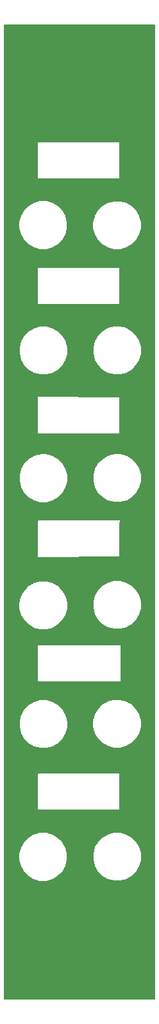
<source format=gbl>
G75*
%MOIN*%
%OFA0B0*%
%FSLAX25Y25*%
%IPPOS*%
%LPD*%
%AMOC8*
5,1,8,0,0,1.08239X$1,22.5*
%
%ADD10C,0.00600*%
D10*
X0002895Y0002233D02*
X0002895Y0506345D01*
X0081102Y0506345D01*
X0081102Y0002233D01*
X0002895Y0002233D01*
X0002895Y0002533D02*
X0081102Y0002533D01*
X0081102Y0003132D02*
X0002895Y0003132D01*
X0002895Y0003730D02*
X0081102Y0003730D01*
X0081102Y0004329D02*
X0002895Y0004329D01*
X0002895Y0004928D02*
X0081102Y0004928D01*
X0081102Y0005526D02*
X0002895Y0005526D01*
X0002895Y0006125D02*
X0081102Y0006125D01*
X0081102Y0006723D02*
X0002895Y0006723D01*
X0002895Y0007322D02*
X0081102Y0007322D01*
X0081102Y0007920D02*
X0002895Y0007920D01*
X0002895Y0008519D02*
X0081102Y0008519D01*
X0081102Y0009117D02*
X0002895Y0009117D01*
X0002895Y0009716D02*
X0081102Y0009716D01*
X0081102Y0010314D02*
X0002895Y0010314D01*
X0002895Y0010913D02*
X0081102Y0010913D01*
X0081102Y0011511D02*
X0002895Y0011511D01*
X0002895Y0012110D02*
X0081102Y0012110D01*
X0081102Y0012708D02*
X0002895Y0012708D01*
X0002895Y0013307D02*
X0081102Y0013307D01*
X0081102Y0013905D02*
X0002895Y0013905D01*
X0002895Y0014504D02*
X0081102Y0014504D01*
X0081102Y0015102D02*
X0002895Y0015102D01*
X0002895Y0015701D02*
X0081102Y0015701D01*
X0081102Y0016299D02*
X0002895Y0016299D01*
X0002895Y0016898D02*
X0081102Y0016898D01*
X0081102Y0017496D02*
X0002895Y0017496D01*
X0002895Y0018095D02*
X0081102Y0018095D01*
X0081102Y0018693D02*
X0002895Y0018693D01*
X0002895Y0019292D02*
X0081102Y0019292D01*
X0081102Y0019890D02*
X0002895Y0019890D01*
X0002895Y0020489D02*
X0081102Y0020489D01*
X0081102Y0021087D02*
X0002895Y0021087D01*
X0002895Y0021686D02*
X0081102Y0021686D01*
X0081102Y0022284D02*
X0002895Y0022284D01*
X0002895Y0022883D02*
X0081102Y0022883D01*
X0081102Y0023481D02*
X0002895Y0023481D01*
X0002895Y0024080D02*
X0081102Y0024080D01*
X0081102Y0024678D02*
X0002895Y0024678D01*
X0002895Y0025277D02*
X0081102Y0025277D01*
X0081102Y0025875D02*
X0002895Y0025875D01*
X0002895Y0026474D02*
X0081102Y0026474D01*
X0081102Y0027072D02*
X0002895Y0027072D01*
X0002895Y0027671D02*
X0081102Y0027671D01*
X0081102Y0028269D02*
X0002895Y0028269D01*
X0002895Y0028868D02*
X0081102Y0028868D01*
X0081102Y0029466D02*
X0002895Y0029466D01*
X0002895Y0030065D02*
X0081102Y0030065D01*
X0081102Y0030664D02*
X0002895Y0030664D01*
X0002895Y0031262D02*
X0081102Y0031262D01*
X0081102Y0031861D02*
X0002895Y0031861D01*
X0002895Y0032459D02*
X0081102Y0032459D01*
X0081102Y0033058D02*
X0002895Y0033058D01*
X0002895Y0033656D02*
X0081102Y0033656D01*
X0081102Y0034255D02*
X0002895Y0034255D01*
X0002895Y0034853D02*
X0081102Y0034853D01*
X0081102Y0035452D02*
X0002895Y0035452D01*
X0002895Y0036050D02*
X0081102Y0036050D01*
X0081102Y0036649D02*
X0002895Y0036649D01*
X0002895Y0037247D02*
X0081102Y0037247D01*
X0081102Y0037846D02*
X0002895Y0037846D01*
X0002895Y0038444D02*
X0081102Y0038444D01*
X0081102Y0039043D02*
X0002895Y0039043D01*
X0002895Y0039641D02*
X0081102Y0039641D01*
X0081102Y0040240D02*
X0002895Y0040240D01*
X0002895Y0040838D02*
X0081102Y0040838D01*
X0081102Y0041437D02*
X0002895Y0041437D01*
X0002895Y0042035D02*
X0081102Y0042035D01*
X0081102Y0042634D02*
X0002895Y0042634D01*
X0002895Y0043232D02*
X0081102Y0043232D01*
X0081102Y0043831D02*
X0002895Y0043831D01*
X0002895Y0044429D02*
X0081102Y0044429D01*
X0081102Y0045028D02*
X0002895Y0045028D01*
X0002895Y0045626D02*
X0081102Y0045626D01*
X0081102Y0046225D02*
X0002895Y0046225D01*
X0002895Y0046823D02*
X0081102Y0046823D01*
X0081102Y0047422D02*
X0002895Y0047422D01*
X0002895Y0048020D02*
X0081102Y0048020D01*
X0081102Y0048619D02*
X0002895Y0048619D01*
X0002895Y0049217D02*
X0081102Y0049217D01*
X0081102Y0049816D02*
X0002895Y0049816D01*
X0002895Y0050414D02*
X0081102Y0050414D01*
X0081102Y0051013D02*
X0002895Y0051013D01*
X0002895Y0051611D02*
X0081102Y0051611D01*
X0081102Y0052210D02*
X0002895Y0052210D01*
X0002895Y0052808D02*
X0081102Y0052808D01*
X0081102Y0053407D02*
X0002895Y0053407D01*
X0002895Y0054005D02*
X0081102Y0054005D01*
X0081102Y0054604D02*
X0002895Y0054604D01*
X0002895Y0055202D02*
X0081102Y0055202D01*
X0081102Y0055801D02*
X0002895Y0055801D01*
X0002895Y0056399D02*
X0081102Y0056399D01*
X0081102Y0056998D02*
X0002895Y0056998D01*
X0002895Y0057597D02*
X0081102Y0057597D01*
X0081102Y0058195D02*
X0002895Y0058195D01*
X0002895Y0058794D02*
X0081102Y0058794D01*
X0081102Y0059392D02*
X0002895Y0059392D01*
X0002895Y0059991D02*
X0081102Y0059991D01*
X0081102Y0060589D02*
X0002895Y0060589D01*
X0002895Y0061188D02*
X0081102Y0061188D01*
X0081102Y0061786D02*
X0002895Y0061786D01*
X0002895Y0062385D02*
X0081102Y0062385D01*
X0081102Y0062983D02*
X0002895Y0062983D01*
X0002895Y0063582D02*
X0019625Y0063582D01*
X0018080Y0063995D02*
X0021312Y0063129D01*
X0024658Y0063129D01*
X0027890Y0063995D01*
X0030788Y0065668D01*
X0033154Y0068034D01*
X0034827Y0070932D01*
X0035693Y0074164D01*
X0035693Y0077510D01*
X0034827Y0080742D01*
X0033154Y0083640D01*
X0030788Y0086006D01*
X0027890Y0087679D01*
X0024658Y0088545D01*
X0021312Y0088545D01*
X0018080Y0087679D01*
X0015183Y0086006D01*
X0012816Y0083640D01*
X0011143Y0080742D01*
X0010277Y0077510D01*
X0010277Y0074164D01*
X0011143Y0070932D01*
X0012816Y0068034D01*
X0015183Y0065668D01*
X0018080Y0063995D01*
X0017760Y0064180D02*
X0002895Y0064180D01*
X0002895Y0064779D02*
X0016724Y0064779D01*
X0015687Y0065377D02*
X0002895Y0065377D01*
X0002895Y0065976D02*
X0014875Y0065976D01*
X0014277Y0066574D02*
X0002895Y0066574D01*
X0002895Y0067173D02*
X0013678Y0067173D01*
X0013080Y0067771D02*
X0002895Y0067771D01*
X0002895Y0068370D02*
X0012623Y0068370D01*
X0012277Y0068968D02*
X0002895Y0068968D01*
X0002895Y0069567D02*
X0011932Y0069567D01*
X0011586Y0070165D02*
X0002895Y0070165D01*
X0002895Y0070764D02*
X0011241Y0070764D01*
X0011028Y0071362D02*
X0002895Y0071362D01*
X0002895Y0071961D02*
X0010868Y0071961D01*
X0010707Y0072559D02*
X0002895Y0072559D01*
X0002895Y0073158D02*
X0010547Y0073158D01*
X0010387Y0073756D02*
X0002895Y0073756D01*
X0002895Y0074355D02*
X0010277Y0074355D01*
X0010277Y0074953D02*
X0002895Y0074953D01*
X0002895Y0075552D02*
X0010277Y0075552D01*
X0010277Y0076150D02*
X0002895Y0076150D01*
X0002895Y0076749D02*
X0010277Y0076749D01*
X0010277Y0077347D02*
X0002895Y0077347D01*
X0002895Y0077946D02*
X0010394Y0077946D01*
X0010555Y0078544D02*
X0002895Y0078544D01*
X0002895Y0079143D02*
X0010715Y0079143D01*
X0010875Y0079741D02*
X0002895Y0079741D01*
X0002895Y0080340D02*
X0011036Y0080340D01*
X0011257Y0080938D02*
X0002895Y0080938D01*
X0002895Y0081537D02*
X0011602Y0081537D01*
X0011948Y0082135D02*
X0002895Y0082135D01*
X0002895Y0082734D02*
X0012293Y0082734D01*
X0012639Y0083333D02*
X0002895Y0083333D01*
X0002895Y0083931D02*
X0013107Y0083931D01*
X0013706Y0084530D02*
X0002895Y0084530D01*
X0002895Y0085128D02*
X0014304Y0085128D01*
X0014903Y0085727D02*
X0002895Y0085727D01*
X0002895Y0086325D02*
X0015735Y0086325D01*
X0016772Y0086924D02*
X0002895Y0086924D01*
X0002895Y0087522D02*
X0017808Y0087522D01*
X0019728Y0088121D02*
X0002895Y0088121D01*
X0002895Y0088719D02*
X0081102Y0088719D01*
X0081102Y0088121D02*
X0065068Y0088121D01*
X0066440Y0087753D02*
X0063208Y0088619D01*
X0059862Y0088619D01*
X0056630Y0087753D01*
X0053732Y0086080D01*
X0051366Y0083714D01*
X0049693Y0080816D01*
X0048827Y0077584D01*
X0048827Y0074238D01*
X0049693Y0071006D01*
X0051366Y0068108D01*
X0053732Y0065742D01*
X0056630Y0064069D01*
X0059862Y0063203D01*
X0063208Y0063203D01*
X0066440Y0064069D01*
X0069338Y0065742D01*
X0071704Y0068108D01*
X0073377Y0071006D01*
X0074243Y0074238D01*
X0074243Y0077584D01*
X0073377Y0080816D01*
X0071704Y0083714D01*
X0069338Y0086080D01*
X0066440Y0087753D01*
X0066840Y0087522D02*
X0081102Y0087522D01*
X0081102Y0086924D02*
X0067877Y0086924D01*
X0068913Y0086325D02*
X0081102Y0086325D01*
X0081102Y0085727D02*
X0069691Y0085727D01*
X0070290Y0085128D02*
X0081102Y0085128D01*
X0081102Y0084530D02*
X0070888Y0084530D01*
X0071487Y0083931D02*
X0081102Y0083931D01*
X0081102Y0083333D02*
X0071924Y0083333D01*
X0072270Y0082734D02*
X0081102Y0082734D01*
X0081102Y0082135D02*
X0072615Y0082135D01*
X0072961Y0081537D02*
X0081102Y0081537D01*
X0081102Y0080938D02*
X0073306Y0080938D01*
X0073505Y0080340D02*
X0081102Y0080340D01*
X0081102Y0079741D02*
X0073665Y0079741D01*
X0073825Y0079143D02*
X0081102Y0079143D01*
X0081102Y0078544D02*
X0073986Y0078544D01*
X0074146Y0077946D02*
X0081102Y0077946D01*
X0081102Y0077347D02*
X0074243Y0077347D01*
X0074243Y0076749D02*
X0081102Y0076749D01*
X0081102Y0076150D02*
X0074243Y0076150D01*
X0074243Y0075552D02*
X0081102Y0075552D01*
X0081102Y0074953D02*
X0074243Y0074953D01*
X0074243Y0074355D02*
X0081102Y0074355D01*
X0081102Y0073756D02*
X0074114Y0073756D01*
X0073954Y0073158D02*
X0081102Y0073158D01*
X0081102Y0072559D02*
X0073793Y0072559D01*
X0073633Y0071961D02*
X0081102Y0071961D01*
X0081102Y0071362D02*
X0073472Y0071362D01*
X0073237Y0070764D02*
X0081102Y0070764D01*
X0081102Y0070165D02*
X0072892Y0070165D01*
X0072546Y0069567D02*
X0081102Y0069567D01*
X0081102Y0068968D02*
X0072200Y0068968D01*
X0071855Y0068370D02*
X0081102Y0068370D01*
X0081102Y0067771D02*
X0071367Y0067771D01*
X0070768Y0067173D02*
X0081102Y0067173D01*
X0081102Y0066574D02*
X0070170Y0066574D01*
X0069571Y0065976D02*
X0081102Y0065976D01*
X0081102Y0065377D02*
X0068706Y0065377D01*
X0067669Y0064779D02*
X0081102Y0064779D01*
X0081102Y0064180D02*
X0066632Y0064180D01*
X0064621Y0063582D02*
X0081102Y0063582D01*
X0081102Y0089318D02*
X0002895Y0089318D01*
X0002895Y0089916D02*
X0081102Y0089916D01*
X0081102Y0090515D02*
X0002895Y0090515D01*
X0002895Y0091113D02*
X0081102Y0091113D01*
X0081102Y0091712D02*
X0002895Y0091712D01*
X0002895Y0092310D02*
X0081102Y0092310D01*
X0081102Y0092909D02*
X0002895Y0092909D01*
X0002895Y0093507D02*
X0081102Y0093507D01*
X0081102Y0094106D02*
X0002895Y0094106D01*
X0002895Y0094704D02*
X0081102Y0094704D01*
X0081102Y0095303D02*
X0002895Y0095303D01*
X0002895Y0095901D02*
X0081102Y0095901D01*
X0081102Y0096500D02*
X0002895Y0096500D01*
X0002895Y0097098D02*
X0081102Y0097098D01*
X0081102Y0097697D02*
X0002895Y0097697D01*
X0002895Y0098295D02*
X0081102Y0098295D01*
X0081102Y0098894D02*
X0002895Y0098894D01*
X0002895Y0099492D02*
X0081102Y0099492D01*
X0081102Y0100091D02*
X0062936Y0100091D01*
X0062992Y0100147D02*
X0062992Y0100147D01*
X0062860Y0100014D01*
X0062730Y0099884D01*
X0062729Y0099884D01*
X0062728Y0099883D01*
X0062541Y0099883D01*
X0062357Y0099883D01*
X0062356Y0099884D01*
X0020548Y0099902D01*
X0020360Y0099902D01*
X0020359Y0099902D01*
X0020359Y0099902D01*
X0020226Y0100034D01*
X0020096Y0100165D01*
X0020096Y0100165D01*
X0020095Y0100166D01*
X0020095Y0100349D01*
X0020059Y0118559D01*
X0020058Y0118560D01*
X0020058Y0118747D01*
X0020058Y0118931D01*
X0020058Y0118932D01*
X0020058Y0118932D01*
X0020191Y0119065D01*
X0020321Y0119195D01*
X0020322Y0119195D01*
X0020322Y0119196D01*
X0020509Y0119196D01*
X0020694Y0119196D01*
X0020694Y0119196D01*
X0062503Y0119177D01*
X0062691Y0119178D01*
X0062691Y0119177D01*
X0062692Y0119177D01*
X0062824Y0119045D01*
X0062955Y0118915D01*
X0062955Y0118914D01*
X0062955Y0118914D01*
X0062955Y0118730D01*
X0062992Y0100520D01*
X0062992Y0100520D01*
X0062992Y0100332D01*
X0062993Y0100148D01*
X0062992Y0100147D01*
X0062991Y0100689D02*
X0081102Y0100689D01*
X0081102Y0101288D02*
X0062990Y0101288D01*
X0062989Y0101886D02*
X0081102Y0101886D01*
X0081102Y0102485D02*
X0062988Y0102485D01*
X0062987Y0103083D02*
X0081102Y0103083D01*
X0081102Y0103682D02*
X0062985Y0103682D01*
X0062984Y0104280D02*
X0081102Y0104280D01*
X0081102Y0104879D02*
X0062983Y0104879D01*
X0062982Y0105477D02*
X0081102Y0105477D01*
X0081102Y0106076D02*
X0062981Y0106076D01*
X0062979Y0106674D02*
X0081102Y0106674D01*
X0081102Y0107273D02*
X0062978Y0107273D01*
X0062977Y0107871D02*
X0081102Y0107871D01*
X0081102Y0108470D02*
X0062976Y0108470D01*
X0062975Y0109068D02*
X0081102Y0109068D01*
X0081102Y0109667D02*
X0062973Y0109667D01*
X0062972Y0110266D02*
X0081102Y0110266D01*
X0081102Y0110864D02*
X0062971Y0110864D01*
X0062970Y0111463D02*
X0081102Y0111463D01*
X0081102Y0112061D02*
X0062969Y0112061D01*
X0062967Y0112660D02*
X0081102Y0112660D01*
X0081102Y0113258D02*
X0062966Y0113258D01*
X0062965Y0113857D02*
X0081102Y0113857D01*
X0081102Y0114455D02*
X0062964Y0114455D01*
X0062963Y0115054D02*
X0081102Y0115054D01*
X0081102Y0115652D02*
X0062961Y0115652D01*
X0062960Y0116251D02*
X0081102Y0116251D01*
X0081102Y0116849D02*
X0062959Y0116849D01*
X0062958Y0117448D02*
X0081102Y0117448D01*
X0081102Y0118046D02*
X0062957Y0118046D01*
X0062955Y0118645D02*
X0081102Y0118645D01*
X0081102Y0119243D02*
X0002895Y0119243D01*
X0002895Y0118645D02*
X0020058Y0118645D01*
X0020060Y0118046D02*
X0002895Y0118046D01*
X0002895Y0117448D02*
X0020061Y0117448D01*
X0020062Y0116849D02*
X0002895Y0116849D01*
X0002895Y0116251D02*
X0020063Y0116251D01*
X0020065Y0115652D02*
X0002895Y0115652D01*
X0002895Y0115054D02*
X0020066Y0115054D01*
X0020067Y0114455D02*
X0002895Y0114455D01*
X0002895Y0113857D02*
X0020068Y0113857D01*
X0020069Y0113258D02*
X0002895Y0113258D01*
X0002895Y0112660D02*
X0020071Y0112660D01*
X0020072Y0112061D02*
X0002895Y0112061D01*
X0002895Y0111463D02*
X0020073Y0111463D01*
X0020074Y0110864D02*
X0002895Y0110864D01*
X0002895Y0110266D02*
X0020075Y0110266D01*
X0020077Y0109667D02*
X0002895Y0109667D01*
X0002895Y0109068D02*
X0020078Y0109068D01*
X0020079Y0108470D02*
X0002895Y0108470D01*
X0002895Y0107871D02*
X0020080Y0107871D01*
X0020081Y0107273D02*
X0002895Y0107273D01*
X0002895Y0106674D02*
X0020083Y0106674D01*
X0020084Y0106076D02*
X0002895Y0106076D01*
X0002895Y0105477D02*
X0020085Y0105477D01*
X0020086Y0104879D02*
X0002895Y0104879D01*
X0002895Y0104280D02*
X0020087Y0104280D01*
X0020089Y0103682D02*
X0002895Y0103682D01*
X0002895Y0103083D02*
X0020090Y0103083D01*
X0020091Y0102485D02*
X0002895Y0102485D01*
X0002895Y0101886D02*
X0020092Y0101886D01*
X0020093Y0101288D02*
X0002895Y0101288D01*
X0002895Y0100689D02*
X0020095Y0100689D01*
X0020170Y0100091D02*
X0002895Y0100091D01*
X0002895Y0119842D02*
X0081102Y0119842D01*
X0081102Y0120440D02*
X0002895Y0120440D01*
X0002895Y0121039D02*
X0081102Y0121039D01*
X0081102Y0121637D02*
X0002895Y0121637D01*
X0002895Y0122236D02*
X0081102Y0122236D01*
X0081102Y0122834D02*
X0002895Y0122834D01*
X0002895Y0123433D02*
X0081102Y0123433D01*
X0081102Y0124031D02*
X0002895Y0124031D01*
X0002895Y0124630D02*
X0081102Y0124630D01*
X0081102Y0125228D02*
X0002895Y0125228D01*
X0002895Y0125827D02*
X0081102Y0125827D01*
X0081102Y0126425D02*
X0002895Y0126425D01*
X0002895Y0127024D02*
X0081102Y0127024D01*
X0081102Y0127622D02*
X0002895Y0127622D01*
X0002895Y0128221D02*
X0081102Y0128221D01*
X0081102Y0128819D02*
X0002895Y0128819D01*
X0002895Y0129418D02*
X0081102Y0129418D01*
X0081102Y0130016D02*
X0002895Y0130016D01*
X0002895Y0130615D02*
X0081102Y0130615D01*
X0081102Y0131213D02*
X0002895Y0131213D01*
X0002895Y0131812D02*
X0081102Y0131812D01*
X0081102Y0132410D02*
X0064761Y0132410D01*
X0066330Y0132831D02*
X0069228Y0134504D01*
X0071594Y0136870D01*
X0073267Y0139768D01*
X0074133Y0143000D01*
X0074133Y0146346D01*
X0073267Y0149578D01*
X0071594Y0152475D01*
X0069228Y0154841D01*
X0066330Y0156514D01*
X0063098Y0157381D01*
X0059752Y0157381D01*
X0056520Y0156514D01*
X0053622Y0154841D01*
X0051256Y0152475D01*
X0049583Y0149578D01*
X0048717Y0146346D01*
X0048717Y0143000D01*
X0049583Y0139768D01*
X0051256Y0136870D01*
X0053622Y0134504D01*
X0056520Y0132831D01*
X0059752Y0131965D01*
X0063098Y0131965D01*
X0066330Y0132831D01*
X0066638Y0133009D02*
X0081102Y0133009D01*
X0081102Y0133607D02*
X0067675Y0133607D01*
X0068712Y0134206D02*
X0081102Y0134206D01*
X0081102Y0134804D02*
X0069528Y0134804D01*
X0070127Y0135403D02*
X0081102Y0135403D01*
X0081102Y0136002D02*
X0070725Y0136002D01*
X0071324Y0136600D02*
X0081102Y0136600D01*
X0081102Y0137199D02*
X0071783Y0137199D01*
X0072129Y0137797D02*
X0081102Y0137797D01*
X0081102Y0138396D02*
X0072474Y0138396D01*
X0072820Y0138994D02*
X0081102Y0138994D01*
X0081102Y0139593D02*
X0073166Y0139593D01*
X0073380Y0140191D02*
X0081102Y0140191D01*
X0081102Y0140790D02*
X0073540Y0140790D01*
X0073701Y0141388D02*
X0081102Y0141388D01*
X0081102Y0141987D02*
X0073861Y0141987D01*
X0074022Y0142585D02*
X0081102Y0142585D01*
X0081102Y0143184D02*
X0074133Y0143184D01*
X0074133Y0143782D02*
X0081102Y0143782D01*
X0081102Y0144381D02*
X0074133Y0144381D01*
X0074133Y0144979D02*
X0081102Y0144979D01*
X0081102Y0145578D02*
X0074133Y0145578D01*
X0074133Y0146176D02*
X0081102Y0146176D01*
X0081102Y0146775D02*
X0074018Y0146775D01*
X0073857Y0147373D02*
X0081102Y0147373D01*
X0081102Y0147972D02*
X0073697Y0147972D01*
X0073537Y0148570D02*
X0081102Y0148570D01*
X0081102Y0149169D02*
X0073376Y0149169D01*
X0073157Y0149767D02*
X0081102Y0149767D01*
X0081102Y0150366D02*
X0072812Y0150366D01*
X0072466Y0150964D02*
X0081102Y0150964D01*
X0081102Y0151563D02*
X0072120Y0151563D01*
X0071775Y0152161D02*
X0081102Y0152161D01*
X0081102Y0152760D02*
X0071309Y0152760D01*
X0070711Y0153358D02*
X0081102Y0153358D01*
X0081102Y0153957D02*
X0070112Y0153957D01*
X0069514Y0154555D02*
X0081102Y0154555D01*
X0081102Y0155154D02*
X0068686Y0155154D01*
X0067650Y0155752D02*
X0081102Y0155752D01*
X0081102Y0156351D02*
X0066613Y0156351D01*
X0064707Y0156949D02*
X0081102Y0156949D01*
X0081102Y0157548D02*
X0002895Y0157548D01*
X0002895Y0158146D02*
X0081102Y0158146D01*
X0081102Y0158745D02*
X0002895Y0158745D01*
X0002895Y0159343D02*
X0081102Y0159343D01*
X0081102Y0159942D02*
X0002895Y0159942D01*
X0002895Y0160540D02*
X0081102Y0160540D01*
X0081102Y0161139D02*
X0002895Y0161139D01*
X0002895Y0161737D02*
X0081102Y0161737D01*
X0081102Y0162336D02*
X0002895Y0162336D01*
X0002895Y0162935D02*
X0081102Y0162935D01*
X0081102Y0163533D02*
X0002895Y0163533D01*
X0002895Y0164132D02*
X0081102Y0164132D01*
X0081102Y0164730D02*
X0002895Y0164730D01*
X0002895Y0165329D02*
X0081102Y0165329D01*
X0081102Y0165927D02*
X0002895Y0165927D01*
X0002895Y0166526D02*
X0019958Y0166526D01*
X0019958Y0166504D02*
X0020222Y0166241D01*
X0063208Y0166241D01*
X0063472Y0166504D01*
X0063472Y0166877D01*
X0063472Y0185499D01*
X0063208Y0185763D01*
X0020222Y0185763D01*
X0019958Y0185499D01*
X0019958Y0166504D01*
X0019958Y0167124D02*
X0002895Y0167124D01*
X0002895Y0167723D02*
X0019958Y0167723D01*
X0019958Y0168321D02*
X0002895Y0168321D01*
X0002895Y0168920D02*
X0019958Y0168920D01*
X0019958Y0169518D02*
X0002895Y0169518D01*
X0002895Y0170117D02*
X0019958Y0170117D01*
X0019958Y0170715D02*
X0002895Y0170715D01*
X0002895Y0171314D02*
X0019958Y0171314D01*
X0019958Y0171912D02*
X0002895Y0171912D01*
X0002895Y0172511D02*
X0019958Y0172511D01*
X0019958Y0173109D02*
X0002895Y0173109D01*
X0002895Y0173708D02*
X0019958Y0173708D01*
X0019958Y0174306D02*
X0002895Y0174306D01*
X0002895Y0174905D02*
X0019958Y0174905D01*
X0019958Y0175503D02*
X0002895Y0175503D01*
X0002895Y0176102D02*
X0019958Y0176102D01*
X0019958Y0176700D02*
X0002895Y0176700D01*
X0002895Y0177299D02*
X0019958Y0177299D01*
X0019958Y0177897D02*
X0002895Y0177897D01*
X0002895Y0178496D02*
X0019958Y0178496D01*
X0019958Y0179094D02*
X0002895Y0179094D01*
X0002895Y0179693D02*
X0019958Y0179693D01*
X0019958Y0180291D02*
X0002895Y0180291D01*
X0002895Y0180890D02*
X0019958Y0180890D01*
X0019958Y0181488D02*
X0002895Y0181488D01*
X0002895Y0182087D02*
X0019958Y0182087D01*
X0019958Y0182685D02*
X0002895Y0182685D01*
X0002895Y0183284D02*
X0019958Y0183284D01*
X0019958Y0183882D02*
X0002895Y0183882D01*
X0002895Y0184481D02*
X0019958Y0184481D01*
X0019958Y0185079D02*
X0002895Y0185079D01*
X0002895Y0185678D02*
X0020136Y0185678D01*
X0021453Y0193274D02*
X0018221Y0194140D01*
X0015323Y0195813D01*
X0012957Y0198179D01*
X0011284Y0201077D01*
X0010418Y0204309D01*
X0010418Y0207655D01*
X0011284Y0210887D01*
X0012957Y0213785D01*
X0015323Y0216151D01*
X0018221Y0217824D01*
X0021453Y0218690D01*
X0024799Y0218690D01*
X0028031Y0217824D01*
X0030929Y0216151D01*
X0033295Y0213785D01*
X0034968Y0210887D01*
X0035834Y0207655D01*
X0035834Y0204309D01*
X0034968Y0201077D01*
X0033295Y0198179D01*
X0030929Y0195813D01*
X0028031Y0194140D01*
X0024799Y0193274D01*
X0021453Y0193274D01*
X0020764Y0193459D02*
X0002895Y0193459D01*
X0002895Y0194057D02*
X0018531Y0194057D01*
X0017328Y0194656D02*
X0002895Y0194656D01*
X0002895Y0195254D02*
X0016291Y0195254D01*
X0015284Y0195853D02*
X0002895Y0195853D01*
X0002895Y0196451D02*
X0014685Y0196451D01*
X0014087Y0197050D02*
X0002895Y0197050D01*
X0002895Y0197648D02*
X0013488Y0197648D01*
X0012918Y0198247D02*
X0002895Y0198247D01*
X0002895Y0198845D02*
X0012573Y0198845D01*
X0012227Y0199444D02*
X0002895Y0199444D01*
X0002895Y0200042D02*
X0011881Y0200042D01*
X0011536Y0200641D02*
X0002895Y0200641D01*
X0002895Y0201239D02*
X0011241Y0201239D01*
X0011080Y0201838D02*
X0002895Y0201838D01*
X0002895Y0202436D02*
X0010920Y0202436D01*
X0010759Y0203035D02*
X0002895Y0203035D01*
X0002895Y0203633D02*
X0010599Y0203633D01*
X0010439Y0204232D02*
X0002895Y0204232D01*
X0002895Y0204830D02*
X0010418Y0204830D01*
X0010418Y0205429D02*
X0002895Y0205429D01*
X0002895Y0206027D02*
X0010418Y0206027D01*
X0010418Y0206626D02*
X0002895Y0206626D01*
X0002895Y0207224D02*
X0010418Y0207224D01*
X0010463Y0207823D02*
X0002895Y0207823D01*
X0002895Y0208421D02*
X0010623Y0208421D01*
X0010784Y0209020D02*
X0002895Y0209020D01*
X0002895Y0209618D02*
X0010944Y0209618D01*
X0011105Y0210217D02*
X0002895Y0210217D01*
X0002895Y0210815D02*
X0011265Y0210815D01*
X0011588Y0211414D02*
X0002895Y0211414D01*
X0002895Y0212012D02*
X0011934Y0212012D01*
X0012279Y0212611D02*
X0002895Y0212611D01*
X0002895Y0213209D02*
X0012625Y0213209D01*
X0012980Y0213808D02*
X0002895Y0213808D01*
X0002895Y0214406D02*
X0013579Y0214406D01*
X0014177Y0215005D02*
X0002895Y0215005D01*
X0002895Y0215604D02*
X0014776Y0215604D01*
X0015412Y0216202D02*
X0002895Y0216202D01*
X0002895Y0216801D02*
X0016448Y0216801D01*
X0017485Y0217399D02*
X0002895Y0217399D01*
X0002895Y0217998D02*
X0018869Y0217998D01*
X0021103Y0218596D02*
X0002895Y0218596D01*
X0002895Y0219195D02*
X0081102Y0219195D01*
X0081102Y0219793D02*
X0002895Y0219793D01*
X0002895Y0220392D02*
X0081102Y0220392D01*
X0081102Y0220990D02*
X0002895Y0220990D01*
X0002895Y0221589D02*
X0081102Y0221589D01*
X0081102Y0222187D02*
X0002895Y0222187D01*
X0002895Y0222786D02*
X0081102Y0222786D01*
X0081102Y0223384D02*
X0002895Y0223384D01*
X0002895Y0223983D02*
X0081102Y0223983D01*
X0081102Y0224581D02*
X0002895Y0224581D01*
X0002895Y0225180D02*
X0081102Y0225180D01*
X0081102Y0225778D02*
X0002895Y0225778D01*
X0002895Y0226377D02*
X0081102Y0226377D01*
X0081102Y0226975D02*
X0002895Y0226975D01*
X0002895Y0227574D02*
X0081102Y0227574D01*
X0081102Y0228172D02*
X0002895Y0228172D01*
X0002895Y0228771D02*
X0081102Y0228771D01*
X0081102Y0229369D02*
X0002895Y0229369D01*
X0002895Y0229968D02*
X0081102Y0229968D01*
X0081102Y0230566D02*
X0002895Y0230566D01*
X0002895Y0231165D02*
X0020106Y0231165D01*
X0020106Y0231234D02*
X0020106Y0231066D01*
X0020107Y0231066D01*
X0020239Y0230934D01*
X0020371Y0230803D01*
X0020537Y0230803D01*
X0062577Y0230877D01*
X0062764Y0230877D01*
X0062765Y0230877D01*
X0062766Y0230877D01*
X0062898Y0231010D01*
X0063028Y0231140D01*
X0063028Y0231141D01*
X0063029Y0231141D01*
X0063029Y0231327D01*
X0063065Y0248908D01*
X0063152Y0248893D01*
X0063229Y0248947D01*
X0063321Y0248967D01*
X0063375Y0249050D01*
X0063457Y0249108D01*
X0063472Y0249200D01*
X0063524Y0249279D01*
X0063503Y0249377D01*
X0063520Y0249475D01*
X0063466Y0249552D01*
X0063421Y0249763D01*
X0063421Y0249902D01*
X0063383Y0249939D01*
X0063372Y0249991D01*
X0063256Y0250067D01*
X0063157Y0250165D01*
X0063104Y0250165D01*
X0063060Y0250194D01*
X0062923Y0250165D01*
X0020705Y0250165D01*
X0020705Y0250166D01*
X0020518Y0250165D01*
X0020333Y0250165D01*
X0020332Y0250165D01*
X0020200Y0250033D01*
X0020069Y0249902D01*
X0020069Y0249901D01*
X0020069Y0249716D01*
X0020069Y0249529D01*
X0020070Y0249529D01*
X0020106Y0231234D01*
X0020107Y0231066D02*
X0020107Y0231066D01*
X0020371Y0230803D02*
X0020371Y0230803D01*
X0020371Y0230803D01*
X0020105Y0231763D02*
X0002895Y0231763D01*
X0002895Y0232362D02*
X0020104Y0232362D01*
X0020103Y0232960D02*
X0002895Y0232960D01*
X0002895Y0233559D02*
X0020102Y0233559D01*
X0020100Y0234157D02*
X0002895Y0234157D01*
X0002895Y0234756D02*
X0020099Y0234756D01*
X0020098Y0235354D02*
X0002895Y0235354D01*
X0002895Y0235953D02*
X0020097Y0235953D01*
X0020096Y0236551D02*
X0002895Y0236551D01*
X0002895Y0237150D02*
X0020094Y0237150D01*
X0020093Y0237748D02*
X0002895Y0237748D01*
X0002895Y0238347D02*
X0020092Y0238347D01*
X0020091Y0238945D02*
X0002895Y0238945D01*
X0002895Y0239544D02*
X0020090Y0239544D01*
X0020088Y0240142D02*
X0002895Y0240142D01*
X0002895Y0240741D02*
X0020087Y0240741D01*
X0020086Y0241339D02*
X0002895Y0241339D01*
X0002895Y0241938D02*
X0020085Y0241938D01*
X0020084Y0242537D02*
X0002895Y0242537D01*
X0002895Y0243135D02*
X0020082Y0243135D01*
X0020081Y0243734D02*
X0002895Y0243734D01*
X0002895Y0244332D02*
X0020080Y0244332D01*
X0020079Y0244931D02*
X0002895Y0244931D01*
X0002895Y0245529D02*
X0020078Y0245529D01*
X0020076Y0246128D02*
X0002895Y0246128D01*
X0002895Y0246726D02*
X0020075Y0246726D01*
X0020074Y0247325D02*
X0002895Y0247325D01*
X0002895Y0247923D02*
X0020073Y0247923D01*
X0020072Y0248522D02*
X0002895Y0248522D01*
X0002895Y0249120D02*
X0020070Y0249120D01*
X0020069Y0249719D02*
X0002895Y0249719D01*
X0002895Y0250317D02*
X0081102Y0250317D01*
X0081102Y0249719D02*
X0063430Y0249719D01*
X0063459Y0249120D02*
X0081102Y0249120D01*
X0081102Y0248522D02*
X0063064Y0248522D01*
X0063063Y0247923D02*
X0081102Y0247923D01*
X0081102Y0247325D02*
X0063061Y0247325D01*
X0063060Y0246726D02*
X0081102Y0246726D01*
X0081102Y0246128D02*
X0063059Y0246128D01*
X0063058Y0245529D02*
X0081102Y0245529D01*
X0081102Y0244931D02*
X0063057Y0244931D01*
X0063055Y0244332D02*
X0081102Y0244332D01*
X0081102Y0243734D02*
X0063054Y0243734D01*
X0063053Y0243135D02*
X0081102Y0243135D01*
X0081102Y0242537D02*
X0063052Y0242537D01*
X0063050Y0241938D02*
X0081102Y0241938D01*
X0081102Y0241339D02*
X0063049Y0241339D01*
X0063048Y0240741D02*
X0081102Y0240741D01*
X0081102Y0240142D02*
X0063047Y0240142D01*
X0063046Y0239544D02*
X0081102Y0239544D01*
X0081102Y0238945D02*
X0063044Y0238945D01*
X0063043Y0238347D02*
X0081102Y0238347D01*
X0081102Y0237748D02*
X0063042Y0237748D01*
X0063041Y0237150D02*
X0081102Y0237150D01*
X0081102Y0236551D02*
X0063039Y0236551D01*
X0063038Y0235953D02*
X0081102Y0235953D01*
X0081102Y0235354D02*
X0063037Y0235354D01*
X0063036Y0234756D02*
X0081102Y0234756D01*
X0081102Y0234157D02*
X0063035Y0234157D01*
X0063033Y0233559D02*
X0081102Y0233559D01*
X0081102Y0232960D02*
X0063032Y0232960D01*
X0063031Y0232362D02*
X0081102Y0232362D01*
X0081102Y0231763D02*
X0063030Y0231763D01*
X0063029Y0231165D02*
X0081102Y0231165D01*
X0081102Y0218596D02*
X0064600Y0218596D01*
X0063208Y0218969D02*
X0059862Y0218969D01*
X0056630Y0218103D01*
X0053732Y0216430D01*
X0051366Y0214064D01*
X0049693Y0211166D01*
X0048827Y0207934D01*
X0048827Y0204588D01*
X0049693Y0201356D01*
X0051366Y0198458D01*
X0053732Y0196092D01*
X0056630Y0194419D01*
X0059862Y0193553D01*
X0063208Y0193553D01*
X0066440Y0194419D01*
X0069338Y0196092D01*
X0071704Y0198458D01*
X0073377Y0201356D01*
X0074243Y0204588D01*
X0074243Y0207934D01*
X0073377Y0211166D01*
X0071704Y0214064D01*
X0069338Y0216430D01*
X0066440Y0218103D01*
X0063208Y0218969D01*
X0066623Y0217998D02*
X0081102Y0217998D01*
X0081102Y0217399D02*
X0067660Y0217399D01*
X0068696Y0216801D02*
X0081102Y0216801D01*
X0081102Y0216202D02*
X0069566Y0216202D01*
X0070164Y0215604D02*
X0081102Y0215604D01*
X0081102Y0215005D02*
X0070763Y0215005D01*
X0071361Y0214406D02*
X0081102Y0214406D01*
X0081102Y0213808D02*
X0071852Y0213808D01*
X0072197Y0213209D02*
X0081102Y0213209D01*
X0081102Y0212611D02*
X0072543Y0212611D01*
X0072888Y0212012D02*
X0081102Y0212012D01*
X0081102Y0211414D02*
X0073234Y0211414D01*
X0073471Y0210815D02*
X0081102Y0210815D01*
X0081102Y0210217D02*
X0073631Y0210217D01*
X0073792Y0209618D02*
X0081102Y0209618D01*
X0081102Y0209020D02*
X0073952Y0209020D01*
X0074112Y0208421D02*
X0081102Y0208421D01*
X0081102Y0207823D02*
X0074243Y0207823D01*
X0074243Y0207224D02*
X0081102Y0207224D01*
X0081102Y0206626D02*
X0074243Y0206626D01*
X0074243Y0206027D02*
X0081102Y0206027D01*
X0081102Y0205429D02*
X0074243Y0205429D01*
X0074243Y0204830D02*
X0081102Y0204830D01*
X0081102Y0204232D02*
X0074147Y0204232D01*
X0073987Y0203633D02*
X0081102Y0203633D01*
X0081102Y0203035D02*
X0073827Y0203035D01*
X0073666Y0202436D02*
X0081102Y0202436D01*
X0081102Y0201838D02*
X0073506Y0201838D01*
X0073309Y0201239D02*
X0081102Y0201239D01*
X0081102Y0200641D02*
X0072964Y0200641D01*
X0072618Y0200042D02*
X0081102Y0200042D01*
X0081102Y0199444D02*
X0072273Y0199444D01*
X0071927Y0198845D02*
X0081102Y0198845D01*
X0081102Y0198247D02*
X0071492Y0198247D01*
X0070894Y0197648D02*
X0081102Y0197648D01*
X0081102Y0197050D02*
X0070295Y0197050D01*
X0069696Y0196451D02*
X0081102Y0196451D01*
X0081102Y0195853D02*
X0068922Y0195853D01*
X0067886Y0195254D02*
X0081102Y0195254D01*
X0081102Y0194656D02*
X0066849Y0194656D01*
X0065088Y0194057D02*
X0081102Y0194057D01*
X0081102Y0193459D02*
X0025488Y0193459D01*
X0027721Y0194057D02*
X0057982Y0194057D01*
X0056221Y0194656D02*
X0028924Y0194656D01*
X0029961Y0195254D02*
X0055184Y0195254D01*
X0054148Y0195853D02*
X0030968Y0195853D01*
X0031567Y0196451D02*
X0053374Y0196451D01*
X0052775Y0197050D02*
X0032165Y0197050D01*
X0032764Y0197648D02*
X0052177Y0197648D01*
X0051578Y0198247D02*
X0033334Y0198247D01*
X0033679Y0198845D02*
X0051143Y0198845D01*
X0050797Y0199444D02*
X0034025Y0199444D01*
X0034370Y0200042D02*
X0050452Y0200042D01*
X0050106Y0200641D02*
X0034716Y0200641D01*
X0035011Y0201239D02*
X0049761Y0201239D01*
X0049564Y0201838D02*
X0035172Y0201838D01*
X0035332Y0202436D02*
X0049404Y0202436D01*
X0049243Y0203035D02*
X0035492Y0203035D01*
X0035653Y0203633D02*
X0049083Y0203633D01*
X0048923Y0204232D02*
X0035813Y0204232D01*
X0035834Y0204830D02*
X0048827Y0204830D01*
X0048827Y0205429D02*
X0035834Y0205429D01*
X0035834Y0206027D02*
X0048827Y0206027D01*
X0048827Y0206626D02*
X0035834Y0206626D01*
X0035834Y0207224D02*
X0048827Y0207224D01*
X0048827Y0207823D02*
X0035789Y0207823D01*
X0035628Y0208421D02*
X0048958Y0208421D01*
X0049118Y0209020D02*
X0035468Y0209020D01*
X0035308Y0209618D02*
X0049278Y0209618D01*
X0049439Y0210217D02*
X0035147Y0210217D01*
X0034987Y0210815D02*
X0049599Y0210815D01*
X0049836Y0211414D02*
X0034664Y0211414D01*
X0034318Y0212012D02*
X0050182Y0212012D01*
X0050527Y0212611D02*
X0033972Y0212611D01*
X0033627Y0213209D02*
X0050873Y0213209D01*
X0051218Y0213808D02*
X0033272Y0213808D01*
X0032673Y0214406D02*
X0051709Y0214406D01*
X0052307Y0215005D02*
X0032074Y0215005D01*
X0031476Y0215604D02*
X0052906Y0215604D01*
X0053504Y0216202D02*
X0030840Y0216202D01*
X0029803Y0216801D02*
X0054374Y0216801D01*
X0055410Y0217399D02*
X0028767Y0217399D01*
X0027383Y0217998D02*
X0056447Y0217998D01*
X0058470Y0218596D02*
X0025149Y0218596D01*
X0020069Y0249901D02*
X0020069Y0249901D01*
X0020332Y0250165D02*
X0020332Y0250165D01*
X0021496Y0259114D02*
X0024842Y0259114D01*
X0028074Y0259980D01*
X0030972Y0261653D01*
X0033338Y0264019D01*
X0035011Y0266917D01*
X0035877Y0270149D01*
X0035877Y0273495D01*
X0035011Y0276727D01*
X0033338Y0279625D01*
X0030972Y0281991D01*
X0028074Y0283664D01*
X0024842Y0284530D01*
X0021496Y0284530D01*
X0018264Y0283664D01*
X0015366Y0281991D01*
X0013000Y0279625D01*
X0011327Y0276727D01*
X0010461Y0273495D01*
X0010461Y0270149D01*
X0011327Y0266917D01*
X0013000Y0264019D01*
X0015366Y0261653D01*
X0018264Y0259980D01*
X0021496Y0259114D01*
X0020821Y0259295D02*
X0002895Y0259295D01*
X0002895Y0259893D02*
X0018587Y0259893D01*
X0017377Y0260492D02*
X0002895Y0260492D01*
X0002895Y0261090D02*
X0016341Y0261090D01*
X0015330Y0261689D02*
X0002895Y0261689D01*
X0002895Y0262287D02*
X0014732Y0262287D01*
X0014133Y0262886D02*
X0002895Y0262886D01*
X0002895Y0263484D02*
X0013535Y0263484D01*
X0012963Y0264083D02*
X0002895Y0264083D01*
X0002895Y0264681D02*
X0012618Y0264681D01*
X0012272Y0265280D02*
X0002895Y0265280D01*
X0002895Y0265878D02*
X0011927Y0265878D01*
X0011581Y0266477D02*
X0002895Y0266477D01*
X0002895Y0267075D02*
X0011285Y0267075D01*
X0011125Y0267674D02*
X0002895Y0267674D01*
X0002895Y0268273D02*
X0010964Y0268273D01*
X0010804Y0268871D02*
X0002895Y0268871D01*
X0002895Y0269470D02*
X0010643Y0269470D01*
X0010483Y0270068D02*
X0002895Y0270068D01*
X0002895Y0270667D02*
X0010461Y0270667D01*
X0010461Y0271265D02*
X0002895Y0271265D01*
X0002895Y0271864D02*
X0010461Y0271864D01*
X0010461Y0272462D02*
X0002895Y0272462D01*
X0002895Y0273061D02*
X0010461Y0273061D01*
X0010505Y0273659D02*
X0002895Y0273659D01*
X0002895Y0274258D02*
X0010666Y0274258D01*
X0010826Y0274856D02*
X0002895Y0274856D01*
X0002895Y0275455D02*
X0010987Y0275455D01*
X0011147Y0276053D02*
X0002895Y0276053D01*
X0002895Y0276652D02*
X0011307Y0276652D01*
X0011630Y0277250D02*
X0002895Y0277250D01*
X0002895Y0277849D02*
X0011975Y0277849D01*
X0012321Y0278447D02*
X0002895Y0278447D01*
X0002895Y0279046D02*
X0012666Y0279046D01*
X0013020Y0279644D02*
X0002895Y0279644D01*
X0002895Y0280243D02*
X0013619Y0280243D01*
X0014217Y0280841D02*
X0002895Y0280841D01*
X0002895Y0281440D02*
X0014816Y0281440D01*
X0015449Y0282038D02*
X0002895Y0282038D01*
X0002895Y0282637D02*
X0016486Y0282637D01*
X0017522Y0283235D02*
X0002895Y0283235D01*
X0002895Y0283834D02*
X0018900Y0283834D01*
X0020156Y0294747D02*
X0020345Y0294747D01*
X0062318Y0294673D01*
X0062319Y0294673D01*
X0062508Y0294673D01*
X0062691Y0294673D01*
X0062691Y0294673D01*
X0062691Y0294673D01*
X0062824Y0294806D01*
X0062955Y0294936D01*
X0062955Y0294936D01*
X0062955Y0294937D01*
X0062955Y0295126D01*
X0062955Y0295309D01*
X0062955Y0313630D01*
X0062955Y0313813D01*
X0062955Y0313814D01*
X0062822Y0313947D01*
X0062692Y0314077D01*
X0062692Y0314077D01*
X0062691Y0314078D01*
X0062503Y0314078D01*
X0020529Y0314151D01*
X0020340Y0314151D01*
X0020157Y0314152D01*
X0020157Y0314151D01*
X0020156Y0314151D01*
X0020023Y0314018D01*
X0019893Y0313889D01*
X0019893Y0313888D01*
X0019893Y0313888D01*
X0019893Y0313699D01*
X0019892Y0313516D01*
X0019893Y0313515D01*
X0019893Y0295194D01*
X0019892Y0295011D01*
X0019893Y0295011D01*
X0019893Y0295011D01*
X0020026Y0294877D01*
X0020156Y0294747D01*
X0020156Y0294747D01*
X0020156Y0294747D01*
X0019893Y0295206D02*
X0002895Y0295206D01*
X0002895Y0295804D02*
X0019893Y0295804D01*
X0019893Y0296403D02*
X0002895Y0296403D01*
X0002895Y0297001D02*
X0019893Y0297001D01*
X0019893Y0297600D02*
X0002895Y0297600D01*
X0002895Y0298198D02*
X0019893Y0298198D01*
X0019893Y0298797D02*
X0002895Y0298797D01*
X0002895Y0299395D02*
X0019893Y0299395D01*
X0019893Y0299994D02*
X0002895Y0299994D01*
X0002895Y0300592D02*
X0019893Y0300592D01*
X0019893Y0301191D02*
X0002895Y0301191D01*
X0002895Y0301789D02*
X0019893Y0301789D01*
X0019893Y0302388D02*
X0002895Y0302388D01*
X0002895Y0302986D02*
X0019893Y0302986D01*
X0019893Y0303585D02*
X0002895Y0303585D01*
X0002895Y0304183D02*
X0019893Y0304183D01*
X0019893Y0304782D02*
X0002895Y0304782D01*
X0002895Y0305380D02*
X0019893Y0305380D01*
X0019893Y0305979D02*
X0002895Y0305979D01*
X0002895Y0306577D02*
X0019893Y0306577D01*
X0019893Y0307176D02*
X0002895Y0307176D01*
X0002895Y0307774D02*
X0019893Y0307774D01*
X0019893Y0308373D02*
X0002895Y0308373D01*
X0002895Y0308971D02*
X0019893Y0308971D01*
X0019893Y0309570D02*
X0002895Y0309570D01*
X0002895Y0310168D02*
X0019893Y0310168D01*
X0019893Y0310767D02*
X0002895Y0310767D01*
X0002895Y0311365D02*
X0019893Y0311365D01*
X0019893Y0311964D02*
X0002895Y0311964D01*
X0002895Y0312562D02*
X0019893Y0312562D01*
X0019893Y0313161D02*
X0002895Y0313161D01*
X0002895Y0313759D02*
X0019893Y0313759D01*
X0020529Y0314151D02*
X0020529Y0314151D01*
X0021513Y0325202D02*
X0024859Y0325202D01*
X0028091Y0326068D01*
X0030988Y0327741D01*
X0033354Y0330107D01*
X0035027Y0333005D01*
X0035894Y0336237D01*
X0035894Y0339583D01*
X0035027Y0342815D01*
X0033354Y0345712D01*
X0030988Y0348078D01*
X0028091Y0349751D01*
X0024859Y0350617D01*
X0021513Y0350617D01*
X0018281Y0349751D01*
X0015383Y0348078D01*
X0013017Y0345712D01*
X0011344Y0342815D01*
X0010478Y0339583D01*
X0010478Y0336237D01*
X0011344Y0333005D01*
X0013017Y0330107D01*
X0015383Y0327741D01*
X0018281Y0326068D01*
X0021513Y0325202D01*
X0019543Y0325730D02*
X0002895Y0325730D01*
X0002895Y0326328D02*
X0017830Y0326328D01*
X0016793Y0326927D02*
X0002895Y0326927D01*
X0002895Y0327525D02*
X0015756Y0327525D01*
X0015000Y0328124D02*
X0002895Y0328124D01*
X0002895Y0328722D02*
X0014401Y0328722D01*
X0013803Y0329321D02*
X0002895Y0329321D01*
X0002895Y0329919D02*
X0013204Y0329919D01*
X0012780Y0330518D02*
X0002895Y0330518D01*
X0002895Y0331116D02*
X0012434Y0331116D01*
X0012088Y0331715D02*
X0002895Y0331715D01*
X0002895Y0332313D02*
X0011743Y0332313D01*
X0011397Y0332912D02*
X0002895Y0332912D01*
X0002895Y0333510D02*
X0011208Y0333510D01*
X0011048Y0334109D02*
X0002895Y0334109D01*
X0002895Y0334707D02*
X0010888Y0334707D01*
X0010727Y0335306D02*
X0002895Y0335306D01*
X0002895Y0335904D02*
X0010567Y0335904D01*
X0010478Y0336503D02*
X0002895Y0336503D01*
X0002895Y0337101D02*
X0010478Y0337101D01*
X0010478Y0337700D02*
X0002895Y0337700D01*
X0002895Y0338298D02*
X0010478Y0338298D01*
X0010478Y0338897D02*
X0002895Y0338897D01*
X0002895Y0339495D02*
X0010478Y0339495D01*
X0010615Y0340094D02*
X0002895Y0340094D01*
X0002895Y0340692D02*
X0010775Y0340692D01*
X0010936Y0341291D02*
X0002895Y0341291D01*
X0002895Y0341889D02*
X0011096Y0341889D01*
X0011256Y0342488D02*
X0002895Y0342488D01*
X0002895Y0343086D02*
X0011501Y0343086D01*
X0011846Y0343685D02*
X0002895Y0343685D01*
X0002895Y0344283D02*
X0012192Y0344283D01*
X0012537Y0344882D02*
X0002895Y0344882D01*
X0002895Y0345480D02*
X0012883Y0345480D01*
X0013383Y0346079D02*
X0002895Y0346079D01*
X0002895Y0346677D02*
X0013982Y0346677D01*
X0014580Y0347276D02*
X0002895Y0347276D01*
X0002895Y0347875D02*
X0015179Y0347875D01*
X0016066Y0348473D02*
X0002895Y0348473D01*
X0002895Y0349072D02*
X0017103Y0349072D01*
X0018140Y0349670D02*
X0002895Y0349670D01*
X0002895Y0350269D02*
X0020210Y0350269D01*
X0020268Y0361602D02*
X0020454Y0361602D01*
X0062282Y0361602D01*
X0062283Y0361602D01*
X0062469Y0361602D01*
X0062654Y0361602D01*
X0062655Y0361603D01*
X0062655Y0361603D01*
X0062787Y0361735D01*
X0062918Y0361866D01*
X0062918Y0361866D01*
X0062918Y0361867D01*
X0062918Y0362052D01*
X0062918Y0362239D01*
X0081102Y0362239D01*
X0081102Y0362837D02*
X0062916Y0362837D01*
X0062918Y0362239D02*
X0062881Y0380632D01*
X0062881Y0380817D01*
X0062881Y0380817D01*
X0062881Y0380818D01*
X0062749Y0380949D01*
X0062618Y0381081D01*
X0062617Y0381081D01*
X0062430Y0381081D01*
X0020602Y0381081D01*
X0020416Y0381081D01*
X0020230Y0381081D01*
X0020230Y0381080D01*
X0020229Y0381080D01*
X0020098Y0380948D01*
X0019967Y0380817D01*
X0019967Y0380816D01*
X0019966Y0380816D01*
X0019967Y0380630D01*
X0019967Y0380444D01*
X0020004Y0362051D01*
X0020004Y0361866D01*
X0020004Y0361865D01*
X0020136Y0361733D01*
X0020267Y0361602D01*
X0020268Y0361602D01*
X0020268Y0361602D01*
X0020229Y0361640D02*
X0002895Y0361640D01*
X0002895Y0361042D02*
X0081102Y0361042D01*
X0081102Y0361640D02*
X0062693Y0361640D01*
X0062918Y0362239D02*
X0062918Y0362239D01*
X0062915Y0363436D02*
X0081102Y0363436D01*
X0081102Y0364034D02*
X0062914Y0364034D01*
X0062913Y0364633D02*
X0081102Y0364633D01*
X0081102Y0365231D02*
X0062912Y0365231D01*
X0062911Y0365830D02*
X0081102Y0365830D01*
X0081102Y0366428D02*
X0062909Y0366428D01*
X0062908Y0367027D02*
X0081102Y0367027D01*
X0081102Y0367625D02*
X0062907Y0367625D01*
X0062906Y0368224D02*
X0081102Y0368224D01*
X0081102Y0368822D02*
X0062905Y0368822D01*
X0062903Y0369421D02*
X0081102Y0369421D01*
X0081102Y0370019D02*
X0062902Y0370019D01*
X0062901Y0370618D02*
X0081102Y0370618D01*
X0081102Y0371216D02*
X0062900Y0371216D01*
X0062899Y0371815D02*
X0081102Y0371815D01*
X0081102Y0372413D02*
X0062897Y0372413D01*
X0062896Y0373012D02*
X0081102Y0373012D01*
X0081102Y0373610D02*
X0062895Y0373610D01*
X0062894Y0374209D02*
X0081102Y0374209D01*
X0081102Y0374808D02*
X0062893Y0374808D01*
X0062891Y0375406D02*
X0081102Y0375406D01*
X0081102Y0376005D02*
X0062890Y0376005D01*
X0062889Y0376603D02*
X0081102Y0376603D01*
X0081102Y0377202D02*
X0062888Y0377202D01*
X0062887Y0377800D02*
X0081102Y0377800D01*
X0081102Y0378399D02*
X0062886Y0378399D01*
X0062884Y0378997D02*
X0081102Y0378997D01*
X0081102Y0379596D02*
X0062883Y0379596D01*
X0062882Y0380194D02*
X0081102Y0380194D01*
X0081102Y0380793D02*
X0062881Y0380793D01*
X0062617Y0381081D02*
X0062617Y0381081D01*
X0063135Y0390053D02*
X0066367Y0390919D01*
X0069264Y0392592D01*
X0071630Y0394958D01*
X0073303Y0397856D01*
X0074169Y0401088D01*
X0074169Y0404434D01*
X0073303Y0407666D01*
X0071630Y0410564D01*
X0069264Y0412930D01*
X0066367Y0414603D01*
X0063135Y0415469D01*
X0059789Y0415469D01*
X0056557Y0414603D01*
X0053659Y0412930D01*
X0051293Y0410564D01*
X0049620Y0407666D01*
X0048754Y0404434D01*
X0048754Y0401088D01*
X0049620Y0397856D01*
X0051293Y0394958D01*
X0053659Y0392592D01*
X0056557Y0390919D01*
X0059789Y0390053D01*
X0063135Y0390053D01*
X0064312Y0390369D02*
X0081102Y0390369D01*
X0081102Y0390967D02*
X0066450Y0390967D01*
X0067486Y0391566D02*
X0081102Y0391566D01*
X0081102Y0392164D02*
X0068523Y0392164D01*
X0069435Y0392763D02*
X0081102Y0392763D01*
X0081102Y0393361D02*
X0070033Y0393361D01*
X0070632Y0393960D02*
X0081102Y0393960D01*
X0081102Y0394558D02*
X0071230Y0394558D01*
X0071745Y0395157D02*
X0081102Y0395157D01*
X0081102Y0395755D02*
X0072091Y0395755D01*
X0072436Y0396354D02*
X0081102Y0396354D01*
X0081102Y0396952D02*
X0072782Y0396952D01*
X0073127Y0397551D02*
X0081102Y0397551D01*
X0081102Y0398149D02*
X0073382Y0398149D01*
X0073542Y0398748D02*
X0081102Y0398748D01*
X0081102Y0399346D02*
X0073703Y0399346D01*
X0073863Y0399945D02*
X0081102Y0399945D01*
X0081102Y0400544D02*
X0074024Y0400544D01*
X0074169Y0401142D02*
X0081102Y0401142D01*
X0081102Y0401741D02*
X0074169Y0401741D01*
X0074169Y0402339D02*
X0081102Y0402339D01*
X0081102Y0402938D02*
X0074169Y0402938D01*
X0074169Y0403536D02*
X0081102Y0403536D01*
X0081102Y0404135D02*
X0074169Y0404135D01*
X0074089Y0404733D02*
X0081102Y0404733D01*
X0081102Y0405332D02*
X0073929Y0405332D01*
X0073769Y0405930D02*
X0081102Y0405930D01*
X0081102Y0406529D02*
X0073608Y0406529D01*
X0073448Y0407127D02*
X0081102Y0407127D01*
X0081102Y0407726D02*
X0073269Y0407726D01*
X0072924Y0408324D02*
X0081102Y0408324D01*
X0081102Y0408923D02*
X0072578Y0408923D01*
X0072233Y0409521D02*
X0081102Y0409521D01*
X0081102Y0410120D02*
X0071887Y0410120D01*
X0071476Y0410718D02*
X0081102Y0410718D01*
X0081102Y0411317D02*
X0070878Y0411317D01*
X0070279Y0411915D02*
X0081102Y0411915D01*
X0081102Y0412514D02*
X0069681Y0412514D01*
X0068949Y0413112D02*
X0081102Y0413112D01*
X0081102Y0413711D02*
X0067912Y0413711D01*
X0066876Y0414309D02*
X0081102Y0414309D01*
X0081102Y0414908D02*
X0065230Y0414908D01*
X0062690Y0426599D02*
X0062691Y0426600D01*
X0062692Y0426600D01*
X0062823Y0426731D01*
X0062955Y0426862D01*
X0062955Y0426863D01*
X0062955Y0426864D01*
X0062955Y0427049D01*
X0062992Y0445405D01*
X0062992Y0445592D01*
X0062992Y0445777D01*
X0062992Y0445778D01*
X0062860Y0445909D01*
X0062729Y0446041D01*
X0062728Y0446041D01*
X0062543Y0446041D01*
X0062356Y0446042D01*
X0062356Y0446041D01*
X0020416Y0446004D01*
X0020231Y0446005D01*
X0020231Y0446004D01*
X0020230Y0446004D01*
X0020099Y0445873D01*
X0019967Y0445742D01*
X0019967Y0445741D01*
X0019966Y0445740D01*
X0019967Y0445555D01*
X0019930Y0427199D01*
X0019930Y0427199D01*
X0019930Y0427013D01*
X0019929Y0426827D01*
X0019930Y0426827D01*
X0019930Y0426826D01*
X0020061Y0426695D01*
X0020192Y0426563D01*
X0020193Y0426563D01*
X0020194Y0426563D01*
X0020378Y0426563D01*
X0020565Y0426563D01*
X0020566Y0426563D01*
X0062506Y0426600D01*
X0062690Y0426599D01*
X0062955Y0426878D02*
X0081102Y0426878D01*
X0081102Y0427477D02*
X0062956Y0427477D01*
X0062957Y0428075D02*
X0081102Y0428075D01*
X0081102Y0428674D02*
X0062958Y0428674D01*
X0062959Y0429272D02*
X0081102Y0429272D01*
X0081102Y0429871D02*
X0062961Y0429871D01*
X0062962Y0430469D02*
X0081102Y0430469D01*
X0081102Y0431068D02*
X0062963Y0431068D01*
X0062964Y0431666D02*
X0081102Y0431666D01*
X0081102Y0432265D02*
X0062965Y0432265D01*
X0062967Y0432863D02*
X0081102Y0432863D01*
X0081102Y0433462D02*
X0062968Y0433462D01*
X0062969Y0434060D02*
X0081102Y0434060D01*
X0081102Y0434659D02*
X0062970Y0434659D01*
X0062971Y0435257D02*
X0081102Y0435257D01*
X0081102Y0435856D02*
X0062972Y0435856D01*
X0062974Y0436454D02*
X0081102Y0436454D01*
X0081102Y0437053D02*
X0062975Y0437053D01*
X0062976Y0437651D02*
X0081102Y0437651D01*
X0081102Y0438250D02*
X0062977Y0438250D01*
X0062978Y0438848D02*
X0081102Y0438848D01*
X0081102Y0439447D02*
X0062980Y0439447D01*
X0062981Y0440045D02*
X0081102Y0440045D01*
X0081102Y0440644D02*
X0062982Y0440644D01*
X0062983Y0441242D02*
X0081102Y0441242D01*
X0081102Y0441841D02*
X0062984Y0441841D01*
X0062986Y0442439D02*
X0081102Y0442439D01*
X0081102Y0443038D02*
X0062987Y0443038D01*
X0062988Y0443636D02*
X0081102Y0443636D01*
X0081102Y0444235D02*
X0062989Y0444235D01*
X0062990Y0444833D02*
X0081102Y0444833D01*
X0081102Y0445432D02*
X0062992Y0445432D01*
X0062992Y0445405D02*
X0062992Y0445405D01*
X0062992Y0445777D02*
X0062992Y0445777D01*
X0062740Y0446030D02*
X0081102Y0446030D01*
X0081102Y0446629D02*
X0002895Y0446629D01*
X0002895Y0447227D02*
X0081102Y0447227D01*
X0081102Y0447826D02*
X0002895Y0447826D01*
X0002895Y0448424D02*
X0081102Y0448424D01*
X0081102Y0449023D02*
X0002895Y0449023D01*
X0002895Y0449621D02*
X0081102Y0449621D01*
X0081102Y0450220D02*
X0002895Y0450220D01*
X0002895Y0450818D02*
X0081102Y0450818D01*
X0081102Y0451417D02*
X0002895Y0451417D01*
X0002895Y0452015D02*
X0081102Y0452015D01*
X0081102Y0452614D02*
X0002895Y0452614D01*
X0002895Y0453212D02*
X0081102Y0453212D01*
X0081102Y0453811D02*
X0002895Y0453811D01*
X0002895Y0454410D02*
X0081102Y0454410D01*
X0081102Y0455008D02*
X0002895Y0455008D01*
X0002895Y0455607D02*
X0081102Y0455607D01*
X0081102Y0456205D02*
X0002895Y0456205D01*
X0002895Y0456804D02*
X0081102Y0456804D01*
X0081102Y0457402D02*
X0002895Y0457402D01*
X0002895Y0458001D02*
X0081102Y0458001D01*
X0081102Y0458599D02*
X0002895Y0458599D01*
X0002895Y0459198D02*
X0081102Y0459198D01*
X0081102Y0459796D02*
X0002895Y0459796D01*
X0002895Y0460395D02*
X0081102Y0460395D01*
X0081102Y0460993D02*
X0002895Y0460993D01*
X0002895Y0461592D02*
X0081102Y0461592D01*
X0081102Y0462190D02*
X0002895Y0462190D01*
X0002895Y0462789D02*
X0081102Y0462789D01*
X0081102Y0463387D02*
X0002895Y0463387D01*
X0002895Y0463986D02*
X0081102Y0463986D01*
X0081102Y0464584D02*
X0002895Y0464584D01*
X0002895Y0465183D02*
X0081102Y0465183D01*
X0081102Y0465781D02*
X0002895Y0465781D01*
X0002895Y0466380D02*
X0081102Y0466380D01*
X0081102Y0466978D02*
X0002895Y0466978D01*
X0002895Y0467577D02*
X0081102Y0467577D01*
X0081102Y0468175D02*
X0002895Y0468175D01*
X0002895Y0468774D02*
X0081102Y0468774D01*
X0081102Y0469372D02*
X0002895Y0469372D01*
X0002895Y0469971D02*
X0081102Y0469971D01*
X0081102Y0470569D02*
X0002895Y0470569D01*
X0002895Y0471168D02*
X0081102Y0471168D01*
X0081102Y0471766D02*
X0002895Y0471766D01*
X0002895Y0472365D02*
X0081102Y0472365D01*
X0081102Y0472963D02*
X0002895Y0472963D01*
X0002895Y0473562D02*
X0081102Y0473562D01*
X0081102Y0474160D02*
X0002895Y0474160D01*
X0002895Y0474759D02*
X0081102Y0474759D01*
X0081102Y0475357D02*
X0002895Y0475357D01*
X0002895Y0475956D02*
X0081102Y0475956D01*
X0081102Y0476554D02*
X0002895Y0476554D01*
X0002895Y0477153D02*
X0081102Y0477153D01*
X0081102Y0477751D02*
X0002895Y0477751D01*
X0002895Y0478350D02*
X0081102Y0478350D01*
X0081102Y0478948D02*
X0002895Y0478948D01*
X0002895Y0479547D02*
X0081102Y0479547D01*
X0081102Y0480146D02*
X0002895Y0480146D01*
X0002895Y0480744D02*
X0081102Y0480744D01*
X0081102Y0481343D02*
X0002895Y0481343D01*
X0002895Y0481941D02*
X0081102Y0481941D01*
X0081102Y0482540D02*
X0002895Y0482540D01*
X0002895Y0483138D02*
X0081102Y0483138D01*
X0081102Y0483737D02*
X0002895Y0483737D01*
X0002895Y0484335D02*
X0081102Y0484335D01*
X0081102Y0484934D02*
X0002895Y0484934D01*
X0002895Y0485532D02*
X0081102Y0485532D01*
X0081102Y0486131D02*
X0002895Y0486131D01*
X0002895Y0486729D02*
X0081102Y0486729D01*
X0081102Y0487328D02*
X0002895Y0487328D01*
X0002895Y0487926D02*
X0081102Y0487926D01*
X0081102Y0488525D02*
X0002895Y0488525D01*
X0002895Y0489123D02*
X0081102Y0489123D01*
X0081102Y0489722D02*
X0002895Y0489722D01*
X0002895Y0490320D02*
X0081102Y0490320D01*
X0081102Y0490919D02*
X0002895Y0490919D01*
X0002895Y0491517D02*
X0081102Y0491517D01*
X0081102Y0492116D02*
X0002895Y0492116D01*
X0002895Y0492714D02*
X0081102Y0492714D01*
X0081102Y0493313D02*
X0002895Y0493313D01*
X0002895Y0493911D02*
X0081102Y0493911D01*
X0081102Y0494510D02*
X0002895Y0494510D01*
X0002895Y0495108D02*
X0081102Y0495108D01*
X0081102Y0495707D02*
X0002895Y0495707D01*
X0002895Y0496305D02*
X0081102Y0496305D01*
X0081102Y0496904D02*
X0002895Y0496904D01*
X0002895Y0497502D02*
X0081102Y0497502D01*
X0081102Y0498101D02*
X0002895Y0498101D01*
X0002895Y0498699D02*
X0081102Y0498699D01*
X0081102Y0499298D02*
X0002895Y0499298D01*
X0002895Y0499896D02*
X0081102Y0499896D01*
X0081102Y0500495D02*
X0002895Y0500495D01*
X0002895Y0501093D02*
X0081102Y0501093D01*
X0081102Y0501692D02*
X0002895Y0501692D01*
X0002895Y0502290D02*
X0081102Y0502290D01*
X0081102Y0502889D02*
X0002895Y0502889D01*
X0002895Y0503487D02*
X0081102Y0503487D01*
X0081102Y0504086D02*
X0002895Y0504086D01*
X0002895Y0504684D02*
X0081102Y0504684D01*
X0081102Y0505283D02*
X0002895Y0505283D01*
X0002895Y0505881D02*
X0081102Y0505881D01*
X0081102Y0426279D02*
X0002895Y0426279D01*
X0002895Y0425681D02*
X0081102Y0425681D01*
X0081102Y0425082D02*
X0002895Y0425082D01*
X0002895Y0424484D02*
X0081102Y0424484D01*
X0081102Y0423885D02*
X0002895Y0423885D01*
X0002895Y0423287D02*
X0081102Y0423287D01*
X0081102Y0422688D02*
X0002895Y0422688D01*
X0002895Y0422090D02*
X0081102Y0422090D01*
X0081102Y0421491D02*
X0002895Y0421491D01*
X0002895Y0420893D02*
X0081102Y0420893D01*
X0081102Y0420294D02*
X0002895Y0420294D01*
X0002895Y0419696D02*
X0081102Y0419696D01*
X0081102Y0419097D02*
X0002895Y0419097D01*
X0002895Y0418499D02*
X0081102Y0418499D01*
X0081102Y0417900D02*
X0002895Y0417900D01*
X0002895Y0417302D02*
X0081102Y0417302D01*
X0081102Y0416703D02*
X0002895Y0416703D01*
X0002895Y0416105D02*
X0081102Y0416105D01*
X0081102Y0415506D02*
X0002895Y0415506D01*
X0002895Y0414908D02*
X0019154Y0414908D01*
X0018154Y0414640D02*
X0015256Y0412967D01*
X0012890Y0410601D01*
X0011217Y0407703D01*
X0010351Y0404471D01*
X0010351Y0401125D01*
X0011217Y0397893D01*
X0012890Y0394995D01*
X0015256Y0392629D01*
X0018154Y0390956D01*
X0021386Y0390090D01*
X0024732Y0390090D01*
X0027964Y0390956D01*
X0030862Y0392629D01*
X0033228Y0394995D01*
X0034901Y0397893D01*
X0035767Y0401125D01*
X0035767Y0404471D01*
X0034901Y0407703D01*
X0033228Y0410601D01*
X0030862Y0412967D01*
X0027964Y0414640D01*
X0024732Y0415506D01*
X0021386Y0415506D01*
X0018154Y0414640D01*
X0017582Y0414309D02*
X0002895Y0414309D01*
X0002895Y0413711D02*
X0016545Y0413711D01*
X0015508Y0413112D02*
X0002895Y0413112D01*
X0002895Y0412514D02*
X0014803Y0412514D01*
X0014205Y0411915D02*
X0002895Y0411915D01*
X0002895Y0411317D02*
X0013606Y0411317D01*
X0013008Y0410718D02*
X0002895Y0410718D01*
X0002895Y0410120D02*
X0012612Y0410120D01*
X0012267Y0409521D02*
X0002895Y0409521D01*
X0002895Y0408923D02*
X0011921Y0408923D01*
X0011576Y0408324D02*
X0002895Y0408324D01*
X0002895Y0407726D02*
X0011230Y0407726D01*
X0011063Y0407127D02*
X0002895Y0407127D01*
X0002895Y0406529D02*
X0010902Y0406529D01*
X0010742Y0405930D02*
X0002895Y0405930D01*
X0002895Y0405332D02*
X0010582Y0405332D01*
X0010421Y0404733D02*
X0002895Y0404733D01*
X0002895Y0404135D02*
X0010351Y0404135D01*
X0010351Y0403536D02*
X0002895Y0403536D01*
X0002895Y0402938D02*
X0010351Y0402938D01*
X0010351Y0402339D02*
X0002895Y0402339D01*
X0002895Y0401741D02*
X0010351Y0401741D01*
X0010351Y0401142D02*
X0002895Y0401142D01*
X0002895Y0400544D02*
X0010507Y0400544D01*
X0010667Y0399945D02*
X0002895Y0399945D01*
X0002895Y0399346D02*
X0010828Y0399346D01*
X0010988Y0398748D02*
X0002895Y0398748D01*
X0002895Y0398149D02*
X0011148Y0398149D01*
X0011415Y0397551D02*
X0002895Y0397551D01*
X0002895Y0396952D02*
X0011760Y0396952D01*
X0012106Y0396354D02*
X0002895Y0396354D01*
X0002895Y0395755D02*
X0012451Y0395755D01*
X0012797Y0395157D02*
X0002895Y0395157D01*
X0002895Y0394558D02*
X0013327Y0394558D01*
X0013925Y0393960D02*
X0002895Y0393960D01*
X0002895Y0393361D02*
X0014524Y0393361D01*
X0015122Y0392763D02*
X0002895Y0392763D01*
X0002895Y0392164D02*
X0016061Y0392164D01*
X0017098Y0391566D02*
X0002895Y0391566D01*
X0002895Y0390967D02*
X0018134Y0390967D01*
X0019966Y0380793D02*
X0002895Y0380793D01*
X0002895Y0381391D02*
X0081102Y0381391D01*
X0081102Y0381990D02*
X0002895Y0381990D01*
X0002895Y0382588D02*
X0081102Y0382588D01*
X0081102Y0383187D02*
X0002895Y0383187D01*
X0002895Y0383785D02*
X0081102Y0383785D01*
X0081102Y0384384D02*
X0002895Y0384384D01*
X0002895Y0384982D02*
X0081102Y0384982D01*
X0081102Y0385581D02*
X0002895Y0385581D01*
X0002895Y0386179D02*
X0081102Y0386179D01*
X0081102Y0386778D02*
X0002895Y0386778D01*
X0002895Y0387376D02*
X0081102Y0387376D01*
X0081102Y0387975D02*
X0002895Y0387975D01*
X0002895Y0388573D02*
X0081102Y0388573D01*
X0081102Y0389172D02*
X0002895Y0389172D01*
X0002895Y0389770D02*
X0081102Y0389770D01*
X0081102Y0360443D02*
X0002895Y0360443D01*
X0002895Y0359845D02*
X0081102Y0359845D01*
X0081102Y0359246D02*
X0002895Y0359246D01*
X0002895Y0358648D02*
X0081102Y0358648D01*
X0081102Y0358049D02*
X0002895Y0358049D01*
X0002895Y0357451D02*
X0081102Y0357451D01*
X0081102Y0356852D02*
X0002895Y0356852D01*
X0002895Y0356254D02*
X0081102Y0356254D01*
X0081102Y0355655D02*
X0002895Y0355655D01*
X0002895Y0355057D02*
X0081102Y0355057D01*
X0081102Y0354458D02*
X0002895Y0354458D01*
X0002895Y0353860D02*
X0081102Y0353860D01*
X0081102Y0353261D02*
X0002895Y0353261D01*
X0002895Y0352663D02*
X0081102Y0352663D01*
X0081102Y0352064D02*
X0002895Y0352064D01*
X0002895Y0351466D02*
X0081102Y0351466D01*
X0081102Y0350867D02*
X0002895Y0350867D01*
X0002895Y0362239D02*
X0020003Y0362239D01*
X0020004Y0361866D02*
X0020004Y0361866D01*
X0020002Y0362837D02*
X0002895Y0362837D01*
X0002895Y0363436D02*
X0020001Y0363436D01*
X0020000Y0364034D02*
X0002895Y0364034D01*
X0002895Y0364633D02*
X0019998Y0364633D01*
X0019997Y0365231D02*
X0002895Y0365231D01*
X0002895Y0365830D02*
X0019996Y0365830D01*
X0019995Y0366428D02*
X0002895Y0366428D01*
X0002895Y0367027D02*
X0019994Y0367027D01*
X0019992Y0367625D02*
X0002895Y0367625D01*
X0002895Y0368224D02*
X0019991Y0368224D01*
X0019990Y0368822D02*
X0002895Y0368822D01*
X0002895Y0369421D02*
X0019989Y0369421D01*
X0019988Y0370019D02*
X0002895Y0370019D01*
X0002895Y0370618D02*
X0019986Y0370618D01*
X0019985Y0371216D02*
X0002895Y0371216D01*
X0002895Y0371815D02*
X0019984Y0371815D01*
X0019983Y0372413D02*
X0002895Y0372413D01*
X0002895Y0373012D02*
X0019982Y0373012D01*
X0019981Y0373610D02*
X0002895Y0373610D01*
X0002895Y0374209D02*
X0019979Y0374209D01*
X0019978Y0374808D02*
X0002895Y0374808D01*
X0002895Y0375406D02*
X0019977Y0375406D01*
X0019976Y0376005D02*
X0002895Y0376005D01*
X0002895Y0376603D02*
X0019975Y0376603D01*
X0019973Y0377202D02*
X0002895Y0377202D01*
X0002895Y0377800D02*
X0019972Y0377800D01*
X0019971Y0378399D02*
X0002895Y0378399D01*
X0002895Y0378997D02*
X0019970Y0378997D01*
X0019969Y0379596D02*
X0002895Y0379596D01*
X0002895Y0380194D02*
X0019967Y0380194D01*
X0019967Y0380444D02*
X0019967Y0380444D01*
X0020602Y0381081D02*
X0020602Y0381081D01*
X0020345Y0390369D02*
X0002895Y0390369D01*
X0002895Y0426878D02*
X0019929Y0426878D01*
X0019931Y0427477D02*
X0002895Y0427477D01*
X0002895Y0428075D02*
X0019932Y0428075D01*
X0019933Y0428674D02*
X0002895Y0428674D01*
X0002895Y0429272D02*
X0019934Y0429272D01*
X0019935Y0429871D02*
X0002895Y0429871D01*
X0002895Y0430469D02*
X0019937Y0430469D01*
X0019938Y0431068D02*
X0002895Y0431068D01*
X0002895Y0431666D02*
X0019939Y0431666D01*
X0019940Y0432265D02*
X0002895Y0432265D01*
X0002895Y0432863D02*
X0019941Y0432863D01*
X0019943Y0433462D02*
X0002895Y0433462D01*
X0002895Y0434060D02*
X0019944Y0434060D01*
X0019945Y0434659D02*
X0002895Y0434659D01*
X0002895Y0435257D02*
X0019946Y0435257D01*
X0019947Y0435856D02*
X0002895Y0435856D01*
X0002895Y0436454D02*
X0019948Y0436454D01*
X0019950Y0437053D02*
X0002895Y0437053D01*
X0002895Y0437651D02*
X0019951Y0437651D01*
X0019952Y0438250D02*
X0002895Y0438250D01*
X0002895Y0438848D02*
X0019953Y0438848D01*
X0019954Y0439447D02*
X0002895Y0439447D01*
X0002895Y0440045D02*
X0019956Y0440045D01*
X0019957Y0440644D02*
X0002895Y0440644D01*
X0002895Y0441242D02*
X0019958Y0441242D01*
X0019959Y0441841D02*
X0002895Y0441841D01*
X0002895Y0442439D02*
X0019960Y0442439D01*
X0019962Y0443038D02*
X0002895Y0443038D01*
X0002895Y0443636D02*
X0019963Y0443636D01*
X0019964Y0444235D02*
X0002895Y0444235D01*
X0002895Y0444833D02*
X0019965Y0444833D01*
X0019966Y0445432D02*
X0002895Y0445432D01*
X0002895Y0446030D02*
X0050216Y0446030D01*
X0055011Y0413711D02*
X0029573Y0413711D01*
X0030610Y0413112D02*
X0053974Y0413112D01*
X0053242Y0412514D02*
X0031315Y0412514D01*
X0031913Y0411915D02*
X0052644Y0411915D01*
X0052045Y0411317D02*
X0032512Y0411317D01*
X0033110Y0410718D02*
X0051447Y0410718D01*
X0051036Y0410120D02*
X0033506Y0410120D01*
X0033851Y0409521D02*
X0050691Y0409521D01*
X0050345Y0408923D02*
X0034197Y0408923D01*
X0034542Y0408324D02*
X0050000Y0408324D01*
X0049654Y0407726D02*
X0034888Y0407726D01*
X0035055Y0407127D02*
X0049475Y0407127D01*
X0049315Y0406529D02*
X0035215Y0406529D01*
X0035376Y0405930D02*
X0049155Y0405930D01*
X0048994Y0405332D02*
X0035536Y0405332D01*
X0035697Y0404733D02*
X0048834Y0404733D01*
X0048754Y0404135D02*
X0035767Y0404135D01*
X0035767Y0403536D02*
X0048754Y0403536D01*
X0048754Y0402938D02*
X0035767Y0402938D01*
X0035767Y0402339D02*
X0048754Y0402339D01*
X0048754Y0401741D02*
X0035767Y0401741D01*
X0035767Y0401142D02*
X0048754Y0401142D01*
X0048900Y0400544D02*
X0035611Y0400544D01*
X0035451Y0399945D02*
X0049060Y0399945D01*
X0049220Y0399346D02*
X0035290Y0399346D01*
X0035130Y0398748D02*
X0049381Y0398748D01*
X0049541Y0398149D02*
X0034970Y0398149D01*
X0034703Y0397551D02*
X0049796Y0397551D01*
X0050142Y0396952D02*
X0034358Y0396952D01*
X0034012Y0396354D02*
X0050487Y0396354D01*
X0050833Y0395755D02*
X0033667Y0395755D01*
X0033321Y0395157D02*
X0051178Y0395157D01*
X0051693Y0394558D02*
X0032791Y0394558D01*
X0032193Y0393960D02*
X0052291Y0393960D01*
X0052890Y0393361D02*
X0031594Y0393361D01*
X0030996Y0392763D02*
X0053488Y0392763D01*
X0054400Y0392164D02*
X0030057Y0392164D01*
X0029020Y0391566D02*
X0055437Y0391566D01*
X0056474Y0390967D02*
X0027984Y0390967D01*
X0025772Y0390369D02*
X0058611Y0390369D01*
X0056048Y0414309D02*
X0028536Y0414309D01*
X0026964Y0414908D02*
X0057694Y0414908D01*
X0062728Y0446041D02*
X0062728Y0446041D01*
X0063208Y0350680D02*
X0059862Y0350680D01*
X0056630Y0349814D01*
X0053732Y0348141D01*
X0051366Y0345775D01*
X0049693Y0342877D01*
X0048827Y0339645D01*
X0048827Y0336299D01*
X0049693Y0333067D01*
X0051366Y0330170D01*
X0053732Y0327803D01*
X0056630Y0326130D01*
X0059862Y0325264D01*
X0063208Y0325264D01*
X0066440Y0326130D01*
X0069338Y0327803D01*
X0071704Y0330170D01*
X0073377Y0333067D01*
X0074243Y0336299D01*
X0074243Y0339645D01*
X0073377Y0342877D01*
X0071704Y0345775D01*
X0069338Y0348141D01*
X0066440Y0349814D01*
X0063208Y0350680D01*
X0064744Y0350269D02*
X0081102Y0350269D01*
X0081102Y0349670D02*
X0066690Y0349670D01*
X0067727Y0349072D02*
X0081102Y0349072D01*
X0081102Y0348473D02*
X0068763Y0348473D01*
X0069605Y0347875D02*
X0081102Y0347875D01*
X0081102Y0347276D02*
X0070203Y0347276D01*
X0070802Y0346677D02*
X0081102Y0346677D01*
X0081102Y0346079D02*
X0071400Y0346079D01*
X0071874Y0345480D02*
X0081102Y0345480D01*
X0081102Y0344882D02*
X0072220Y0344882D01*
X0072565Y0344283D02*
X0081102Y0344283D01*
X0081102Y0343685D02*
X0072911Y0343685D01*
X0073256Y0343086D02*
X0081102Y0343086D01*
X0081102Y0342488D02*
X0073481Y0342488D01*
X0073642Y0341889D02*
X0081102Y0341889D01*
X0081102Y0341291D02*
X0073802Y0341291D01*
X0073962Y0340692D02*
X0081102Y0340692D01*
X0081102Y0340094D02*
X0074123Y0340094D01*
X0074243Y0339495D02*
X0081102Y0339495D01*
X0081102Y0338897D02*
X0074243Y0338897D01*
X0074243Y0338298D02*
X0081102Y0338298D01*
X0081102Y0337700D02*
X0074243Y0337700D01*
X0074243Y0337101D02*
X0081102Y0337101D01*
X0081102Y0336503D02*
X0074243Y0336503D01*
X0074137Y0335904D02*
X0081102Y0335904D01*
X0081102Y0335306D02*
X0073977Y0335306D01*
X0073816Y0334707D02*
X0081102Y0334707D01*
X0081102Y0334109D02*
X0073656Y0334109D01*
X0073496Y0333510D02*
X0081102Y0333510D01*
X0081102Y0332912D02*
X0073287Y0332912D01*
X0072942Y0332313D02*
X0081102Y0332313D01*
X0081102Y0331715D02*
X0072596Y0331715D01*
X0072251Y0331116D02*
X0081102Y0331116D01*
X0081102Y0330518D02*
X0071905Y0330518D01*
X0071454Y0329919D02*
X0081102Y0329919D01*
X0081102Y0329321D02*
X0070855Y0329321D01*
X0070257Y0328722D02*
X0081102Y0328722D01*
X0081102Y0328124D02*
X0069658Y0328124D01*
X0068856Y0327525D02*
X0081102Y0327525D01*
X0081102Y0326927D02*
X0067819Y0326927D01*
X0066783Y0326328D02*
X0081102Y0326328D01*
X0081102Y0325730D02*
X0064944Y0325730D01*
X0062955Y0313814D02*
X0062955Y0313814D01*
X0062955Y0313759D02*
X0081102Y0313759D01*
X0081102Y0313161D02*
X0062955Y0313161D01*
X0062955Y0312562D02*
X0081102Y0312562D01*
X0081102Y0311964D02*
X0062955Y0311964D01*
X0062955Y0311365D02*
X0081102Y0311365D01*
X0081102Y0310767D02*
X0062955Y0310767D01*
X0062955Y0310168D02*
X0081102Y0310168D01*
X0081102Y0309570D02*
X0062955Y0309570D01*
X0062955Y0308971D02*
X0081102Y0308971D01*
X0081102Y0308373D02*
X0062955Y0308373D01*
X0062955Y0307774D02*
X0081102Y0307774D01*
X0081102Y0307176D02*
X0062955Y0307176D01*
X0062955Y0306577D02*
X0081102Y0306577D01*
X0081102Y0305979D02*
X0062955Y0305979D01*
X0062955Y0305380D02*
X0081102Y0305380D01*
X0081102Y0304782D02*
X0062955Y0304782D01*
X0062955Y0304183D02*
X0081102Y0304183D01*
X0081102Y0303585D02*
X0062955Y0303585D01*
X0062955Y0302986D02*
X0081102Y0302986D01*
X0081102Y0302388D02*
X0062955Y0302388D01*
X0062955Y0301789D02*
X0081102Y0301789D01*
X0081102Y0301191D02*
X0062955Y0301191D01*
X0062955Y0300592D02*
X0081102Y0300592D01*
X0081102Y0299994D02*
X0062955Y0299994D01*
X0062955Y0299395D02*
X0081102Y0299395D01*
X0081102Y0298797D02*
X0062955Y0298797D01*
X0062955Y0298198D02*
X0081102Y0298198D01*
X0081102Y0297600D02*
X0062955Y0297600D01*
X0062955Y0297001D02*
X0081102Y0297001D01*
X0081102Y0296403D02*
X0062955Y0296403D01*
X0062955Y0295804D02*
X0081102Y0295804D01*
X0081102Y0295206D02*
X0062955Y0295206D01*
X0062955Y0295309D02*
X0062955Y0295309D01*
X0063282Y0284640D02*
X0059936Y0284640D01*
X0056704Y0283774D01*
X0053806Y0282101D01*
X0051440Y0279735D01*
X0049767Y0276837D01*
X0048901Y0273605D01*
X0048901Y0270259D01*
X0049767Y0267027D01*
X0051440Y0264129D01*
X0053806Y0261763D01*
X0056704Y0260090D01*
X0059936Y0259224D01*
X0063282Y0259224D01*
X0066514Y0260090D01*
X0069411Y0261763D01*
X0071777Y0264129D01*
X0073450Y0267027D01*
X0074316Y0270259D01*
X0074316Y0273605D01*
X0073450Y0276837D01*
X0071777Y0279735D01*
X0069411Y0282101D01*
X0066514Y0283774D01*
X0063282Y0284640D01*
X0064057Y0284432D02*
X0081102Y0284432D01*
X0081102Y0283834D02*
X0066291Y0283834D01*
X0067447Y0283235D02*
X0081102Y0283235D01*
X0081102Y0282637D02*
X0068484Y0282637D01*
X0069474Y0282038D02*
X0081102Y0282038D01*
X0081102Y0281440D02*
X0070073Y0281440D01*
X0070671Y0280841D02*
X0081102Y0280841D01*
X0081102Y0280243D02*
X0071270Y0280243D01*
X0071830Y0279644D02*
X0081102Y0279644D01*
X0081102Y0279046D02*
X0072175Y0279046D01*
X0072521Y0278447D02*
X0081102Y0278447D01*
X0081102Y0277849D02*
X0072867Y0277849D01*
X0073212Y0277250D02*
X0081102Y0277250D01*
X0081102Y0276652D02*
X0073500Y0276652D01*
X0073661Y0276053D02*
X0081102Y0276053D01*
X0081102Y0275455D02*
X0073821Y0275455D01*
X0073981Y0274856D02*
X0081102Y0274856D01*
X0081102Y0274258D02*
X0074142Y0274258D01*
X0074302Y0273659D02*
X0081102Y0273659D01*
X0081102Y0273061D02*
X0074316Y0273061D01*
X0074316Y0272462D02*
X0081102Y0272462D01*
X0081102Y0271864D02*
X0074316Y0271864D01*
X0074316Y0271265D02*
X0081102Y0271265D01*
X0081102Y0270667D02*
X0074316Y0270667D01*
X0074265Y0270068D02*
X0081102Y0270068D01*
X0081102Y0269470D02*
X0074105Y0269470D01*
X0073944Y0268871D02*
X0081102Y0268871D01*
X0081102Y0268273D02*
X0073784Y0268273D01*
X0073624Y0267674D02*
X0081102Y0267674D01*
X0081102Y0267075D02*
X0073463Y0267075D01*
X0073133Y0266477D02*
X0081102Y0266477D01*
X0081102Y0265878D02*
X0072787Y0265878D01*
X0072442Y0265280D02*
X0081102Y0265280D01*
X0081102Y0264681D02*
X0072096Y0264681D01*
X0071731Y0264083D02*
X0081102Y0264083D01*
X0081102Y0263484D02*
X0071132Y0263484D01*
X0070534Y0262886D02*
X0081102Y0262886D01*
X0081102Y0262287D02*
X0069935Y0262287D01*
X0069282Y0261689D02*
X0081102Y0261689D01*
X0081102Y0261090D02*
X0068246Y0261090D01*
X0067209Y0260492D02*
X0081102Y0260492D01*
X0081102Y0259893D02*
X0065778Y0259893D01*
X0063544Y0259295D02*
X0081102Y0259295D01*
X0081102Y0258696D02*
X0002895Y0258696D01*
X0002895Y0258098D02*
X0081102Y0258098D01*
X0081102Y0257499D02*
X0002895Y0257499D01*
X0002895Y0256901D02*
X0081102Y0256901D01*
X0081102Y0256302D02*
X0002895Y0256302D01*
X0002895Y0255704D02*
X0081102Y0255704D01*
X0081102Y0255105D02*
X0002895Y0255105D01*
X0002895Y0254507D02*
X0081102Y0254507D01*
X0081102Y0253908D02*
X0002895Y0253908D01*
X0002895Y0253310D02*
X0081102Y0253310D01*
X0081102Y0252711D02*
X0002895Y0252711D01*
X0002895Y0252113D02*
X0081102Y0252113D01*
X0081102Y0251514D02*
X0002895Y0251514D01*
X0002895Y0250916D02*
X0081102Y0250916D01*
X0081102Y0285031D02*
X0002895Y0285031D01*
X0002895Y0285629D02*
X0081102Y0285629D01*
X0081102Y0286228D02*
X0002895Y0286228D01*
X0002895Y0286826D02*
X0081102Y0286826D01*
X0081102Y0287425D02*
X0002895Y0287425D01*
X0002895Y0288023D02*
X0081102Y0288023D01*
X0081102Y0288622D02*
X0002895Y0288622D01*
X0002895Y0289220D02*
X0081102Y0289220D01*
X0081102Y0289819D02*
X0002895Y0289819D01*
X0002895Y0290417D02*
X0081102Y0290417D01*
X0081102Y0291016D02*
X0002895Y0291016D01*
X0002895Y0291614D02*
X0081102Y0291614D01*
X0081102Y0292213D02*
X0002895Y0292213D01*
X0002895Y0292811D02*
X0081102Y0292811D01*
X0081102Y0293410D02*
X0002895Y0293410D01*
X0002895Y0294008D02*
X0081102Y0294008D01*
X0081102Y0294607D02*
X0002895Y0294607D01*
X0002895Y0284432D02*
X0021133Y0284432D01*
X0025205Y0284432D02*
X0059160Y0284432D01*
X0056926Y0283834D02*
X0027439Y0283834D01*
X0028816Y0283235D02*
X0055770Y0283235D01*
X0054734Y0282637D02*
X0029853Y0282637D01*
X0030889Y0282038D02*
X0053743Y0282038D01*
X0053144Y0281440D02*
X0031523Y0281440D01*
X0032121Y0280841D02*
X0052546Y0280841D01*
X0051947Y0280243D02*
X0032720Y0280243D01*
X0033318Y0279644D02*
X0051387Y0279644D01*
X0051042Y0279046D02*
X0033672Y0279046D01*
X0034018Y0278447D02*
X0050696Y0278447D01*
X0050351Y0277849D02*
X0034363Y0277849D01*
X0034709Y0277250D02*
X0050005Y0277250D01*
X0049717Y0276652D02*
X0035031Y0276652D01*
X0035192Y0276053D02*
X0049557Y0276053D01*
X0049396Y0275455D02*
X0035352Y0275455D01*
X0035512Y0274856D02*
X0049236Y0274856D01*
X0049076Y0274258D02*
X0035673Y0274258D01*
X0035833Y0273659D02*
X0048915Y0273659D01*
X0048901Y0273061D02*
X0035877Y0273061D01*
X0035877Y0272462D02*
X0048901Y0272462D01*
X0048901Y0271864D02*
X0035877Y0271864D01*
X0035877Y0271265D02*
X0048901Y0271265D01*
X0048901Y0270667D02*
X0035877Y0270667D01*
X0035856Y0270068D02*
X0048952Y0270068D01*
X0049112Y0269470D02*
X0035695Y0269470D01*
X0035535Y0268871D02*
X0049273Y0268871D01*
X0049433Y0268273D02*
X0035374Y0268273D01*
X0035214Y0267674D02*
X0049593Y0267674D01*
X0049754Y0267075D02*
X0035054Y0267075D01*
X0034757Y0266477D02*
X0050084Y0266477D01*
X0050430Y0265878D02*
X0034412Y0265878D01*
X0034066Y0265280D02*
X0050776Y0265280D01*
X0051121Y0264681D02*
X0033721Y0264681D01*
X0033375Y0264083D02*
X0051486Y0264083D01*
X0052085Y0263484D02*
X0032804Y0263484D01*
X0032205Y0262886D02*
X0052683Y0262886D01*
X0053282Y0262287D02*
X0031607Y0262287D01*
X0031008Y0261689D02*
X0053935Y0261689D01*
X0054972Y0261090D02*
X0029998Y0261090D01*
X0028961Y0260492D02*
X0056008Y0260492D01*
X0057439Y0259893D02*
X0027751Y0259893D01*
X0025518Y0259295D02*
X0059673Y0259295D01*
X0058126Y0325730D02*
X0026829Y0325730D01*
X0028542Y0326328D02*
X0056288Y0326328D01*
X0055251Y0326927D02*
X0029578Y0326927D01*
X0030615Y0327525D02*
X0054214Y0327525D01*
X0053412Y0328124D02*
X0031371Y0328124D01*
X0031970Y0328722D02*
X0052814Y0328722D01*
X0052215Y0329321D02*
X0032568Y0329321D01*
X0033167Y0329919D02*
X0051617Y0329919D01*
X0051165Y0330518D02*
X0033592Y0330518D01*
X0033937Y0331116D02*
X0050820Y0331116D01*
X0050474Y0331715D02*
X0034283Y0331715D01*
X0034628Y0332313D02*
X0050129Y0332313D01*
X0049783Y0332912D02*
X0034974Y0332912D01*
X0035163Y0333510D02*
X0049575Y0333510D01*
X0049414Y0334109D02*
X0035323Y0334109D01*
X0035484Y0334707D02*
X0049254Y0334707D01*
X0049093Y0335306D02*
X0035644Y0335306D01*
X0035804Y0335904D02*
X0048933Y0335904D01*
X0048827Y0336503D02*
X0035894Y0336503D01*
X0035894Y0337101D02*
X0048827Y0337101D01*
X0048827Y0337700D02*
X0035894Y0337700D01*
X0035894Y0338298D02*
X0048827Y0338298D01*
X0048827Y0338897D02*
X0035894Y0338897D01*
X0035894Y0339495D02*
X0048827Y0339495D01*
X0048947Y0340094D02*
X0035757Y0340094D01*
X0035596Y0340692D02*
X0049108Y0340692D01*
X0049268Y0341291D02*
X0035436Y0341291D01*
X0035275Y0341889D02*
X0049429Y0341889D01*
X0049589Y0342488D02*
X0035115Y0342488D01*
X0034871Y0343086D02*
X0049814Y0343086D01*
X0050160Y0343685D02*
X0034525Y0343685D01*
X0034180Y0344283D02*
X0050505Y0344283D01*
X0050851Y0344882D02*
X0033834Y0344882D01*
X0033488Y0345480D02*
X0051196Y0345480D01*
X0051670Y0346079D02*
X0032988Y0346079D01*
X0032389Y0346677D02*
X0052269Y0346677D01*
X0052867Y0347276D02*
X0031791Y0347276D01*
X0031192Y0347875D02*
X0053466Y0347875D01*
X0054307Y0348473D02*
X0030305Y0348473D01*
X0029268Y0349072D02*
X0055344Y0349072D01*
X0056380Y0349670D02*
X0028232Y0349670D01*
X0026161Y0350269D02*
X0058326Y0350269D01*
X0081102Y0325131D02*
X0002895Y0325131D01*
X0002895Y0324533D02*
X0081102Y0324533D01*
X0081102Y0323934D02*
X0002895Y0323934D01*
X0002895Y0323336D02*
X0081102Y0323336D01*
X0081102Y0322737D02*
X0002895Y0322737D01*
X0002895Y0322139D02*
X0081102Y0322139D01*
X0081102Y0321540D02*
X0002895Y0321540D01*
X0002895Y0320941D02*
X0081102Y0320941D01*
X0081102Y0320343D02*
X0002895Y0320343D01*
X0002895Y0319744D02*
X0081102Y0319744D01*
X0081102Y0319146D02*
X0002895Y0319146D01*
X0002895Y0318547D02*
X0081102Y0318547D01*
X0081102Y0317949D02*
X0002895Y0317949D01*
X0002895Y0317350D02*
X0081102Y0317350D01*
X0081102Y0316752D02*
X0002895Y0316752D01*
X0002895Y0316153D02*
X0081102Y0316153D01*
X0081102Y0315555D02*
X0002895Y0315555D01*
X0002895Y0314956D02*
X0081102Y0314956D01*
X0081102Y0314358D02*
X0002895Y0314358D01*
X0002895Y0192860D02*
X0081102Y0192860D01*
X0081102Y0192262D02*
X0002895Y0192262D01*
X0002895Y0191663D02*
X0081102Y0191663D01*
X0081102Y0191065D02*
X0002895Y0191065D01*
X0002895Y0190466D02*
X0081102Y0190466D01*
X0081102Y0189868D02*
X0002895Y0189868D01*
X0002895Y0189269D02*
X0081102Y0189269D01*
X0081102Y0188670D02*
X0002895Y0188670D01*
X0002895Y0188072D02*
X0081102Y0188072D01*
X0081102Y0187473D02*
X0002895Y0187473D01*
X0002895Y0186875D02*
X0081102Y0186875D01*
X0081102Y0186276D02*
X0002895Y0186276D01*
X0002895Y0156949D02*
X0020299Y0156949D01*
X0021496Y0157270D02*
X0018264Y0156404D01*
X0015367Y0154731D01*
X0013001Y0152365D01*
X0011328Y0149467D01*
X0010462Y0146235D01*
X0010462Y0142889D01*
X0011328Y0139657D01*
X0013001Y0136760D01*
X0015367Y0134394D01*
X0018264Y0132721D01*
X0021496Y0131855D01*
X0024842Y0131855D01*
X0028074Y0132721D01*
X0030972Y0134394D01*
X0033338Y0136760D01*
X0035011Y0139657D01*
X0035877Y0142889D01*
X0035877Y0146235D01*
X0035011Y0149467D01*
X0033338Y0152365D01*
X0030972Y0154731D01*
X0028074Y0156404D01*
X0024842Y0157270D01*
X0021496Y0157270D01*
X0018172Y0156351D02*
X0002895Y0156351D01*
X0002895Y0155752D02*
X0017135Y0155752D01*
X0016099Y0155154D02*
X0002895Y0155154D01*
X0002895Y0154555D02*
X0015191Y0154555D01*
X0014592Y0153957D02*
X0002895Y0153957D01*
X0002895Y0153358D02*
X0013994Y0153358D01*
X0013395Y0152760D02*
X0002895Y0152760D01*
X0002895Y0152161D02*
X0012883Y0152161D01*
X0012537Y0151563D02*
X0002895Y0151563D01*
X0002895Y0150964D02*
X0012192Y0150964D01*
X0011846Y0150366D02*
X0002895Y0150366D01*
X0002895Y0149767D02*
X0011501Y0149767D01*
X0011248Y0149169D02*
X0002895Y0149169D01*
X0002895Y0148570D02*
X0011087Y0148570D01*
X0010927Y0147972D02*
X0002895Y0147972D01*
X0002895Y0147373D02*
X0010766Y0147373D01*
X0010606Y0146775D02*
X0002895Y0146775D01*
X0002895Y0146176D02*
X0010462Y0146176D01*
X0010462Y0145578D02*
X0002895Y0145578D01*
X0002895Y0144979D02*
X0010462Y0144979D01*
X0010462Y0144381D02*
X0002895Y0144381D01*
X0002895Y0143782D02*
X0010462Y0143782D01*
X0010462Y0143184D02*
X0002895Y0143184D01*
X0002895Y0142585D02*
X0010543Y0142585D01*
X0010703Y0141987D02*
X0002895Y0141987D01*
X0002895Y0141388D02*
X0010864Y0141388D01*
X0011024Y0140790D02*
X0002895Y0140790D01*
X0002895Y0140191D02*
X0011185Y0140191D01*
X0011365Y0139593D02*
X0002895Y0139593D01*
X0002895Y0138994D02*
X0011710Y0138994D01*
X0012056Y0138396D02*
X0002895Y0138396D01*
X0002895Y0137797D02*
X0012402Y0137797D01*
X0012747Y0137199D02*
X0002895Y0137199D01*
X0002895Y0136600D02*
X0013160Y0136600D01*
X0013759Y0136002D02*
X0002895Y0136002D01*
X0002895Y0135403D02*
X0014357Y0135403D01*
X0014956Y0134804D02*
X0002895Y0134804D01*
X0002895Y0134206D02*
X0015691Y0134206D01*
X0016728Y0133607D02*
X0002895Y0133607D01*
X0002895Y0133009D02*
X0017765Y0133009D01*
X0019422Y0132410D02*
X0002895Y0132410D01*
X0026040Y0156949D02*
X0058143Y0156949D01*
X0056236Y0156351D02*
X0028167Y0156351D01*
X0029204Y0155752D02*
X0055200Y0155752D01*
X0054163Y0155154D02*
X0030240Y0155154D01*
X0031148Y0154555D02*
X0053336Y0154555D01*
X0052737Y0153957D02*
X0031747Y0153957D01*
X0032345Y0153358D02*
X0052139Y0153358D01*
X0051540Y0152760D02*
X0032944Y0152760D01*
X0033456Y0152161D02*
X0051075Y0152161D01*
X0050729Y0151563D02*
X0033802Y0151563D01*
X0034147Y0150964D02*
X0050383Y0150964D01*
X0050038Y0150366D02*
X0034493Y0150366D01*
X0034838Y0149767D02*
X0049692Y0149767D01*
X0049473Y0149169D02*
X0035091Y0149169D01*
X0035252Y0148570D02*
X0049313Y0148570D01*
X0049153Y0147972D02*
X0035412Y0147972D01*
X0035572Y0147373D02*
X0048992Y0147373D01*
X0048832Y0146775D02*
X0035733Y0146775D01*
X0035877Y0146176D02*
X0048717Y0146176D01*
X0048717Y0145578D02*
X0035877Y0145578D01*
X0035877Y0144979D02*
X0048717Y0144979D01*
X0048717Y0144381D02*
X0035877Y0144381D01*
X0035877Y0143782D02*
X0048717Y0143782D01*
X0048717Y0143184D02*
X0035877Y0143184D01*
X0035796Y0142585D02*
X0048828Y0142585D01*
X0048988Y0141987D02*
X0035635Y0141987D01*
X0035475Y0141388D02*
X0049149Y0141388D01*
X0049309Y0140790D02*
X0035315Y0140790D01*
X0035154Y0140191D02*
X0049469Y0140191D01*
X0049684Y0139593D02*
X0034974Y0139593D01*
X0034628Y0138994D02*
X0050029Y0138994D01*
X0050375Y0138396D02*
X0034283Y0138396D01*
X0033937Y0137797D02*
X0050721Y0137797D01*
X0051066Y0137199D02*
X0033592Y0137199D01*
X0033179Y0136600D02*
X0051526Y0136600D01*
X0052124Y0136002D02*
X0032580Y0136002D01*
X0031982Y0135403D02*
X0052723Y0135403D01*
X0053321Y0134804D02*
X0031383Y0134804D01*
X0030647Y0134206D02*
X0054138Y0134206D01*
X0055174Y0133607D02*
X0029611Y0133607D01*
X0028574Y0133009D02*
X0056211Y0133009D01*
X0058088Y0132410D02*
X0026917Y0132410D01*
X0026243Y0088121D02*
X0058003Y0088121D01*
X0056230Y0087522D02*
X0028162Y0087522D01*
X0029199Y0086924D02*
X0055194Y0086924D01*
X0054157Y0086325D02*
X0030236Y0086325D01*
X0031068Y0085727D02*
X0053379Y0085727D01*
X0052781Y0085128D02*
X0031666Y0085128D01*
X0032265Y0084530D02*
X0052182Y0084530D01*
X0051583Y0083931D02*
X0032863Y0083931D01*
X0033332Y0083333D02*
X0051146Y0083333D01*
X0050801Y0082734D02*
X0033677Y0082734D01*
X0034023Y0082135D02*
X0050455Y0082135D01*
X0050109Y0081537D02*
X0034368Y0081537D01*
X0034714Y0080938D02*
X0049764Y0080938D01*
X0049566Y0080340D02*
X0034935Y0080340D01*
X0035095Y0079741D02*
X0049405Y0079741D01*
X0049245Y0079143D02*
X0035256Y0079143D01*
X0035416Y0078544D02*
X0049085Y0078544D01*
X0048924Y0077946D02*
X0035576Y0077946D01*
X0035693Y0077347D02*
X0048827Y0077347D01*
X0048827Y0076749D02*
X0035693Y0076749D01*
X0035693Y0076150D02*
X0048827Y0076150D01*
X0048827Y0075552D02*
X0035693Y0075552D01*
X0035693Y0074953D02*
X0048827Y0074953D01*
X0048827Y0074355D02*
X0035693Y0074355D01*
X0035584Y0073756D02*
X0048956Y0073756D01*
X0049117Y0073158D02*
X0035423Y0073158D01*
X0035263Y0072559D02*
X0049277Y0072559D01*
X0049437Y0071961D02*
X0035103Y0071961D01*
X0034942Y0071362D02*
X0049598Y0071362D01*
X0049833Y0070764D02*
X0034730Y0070764D01*
X0034384Y0070165D02*
X0050179Y0070165D01*
X0050524Y0069567D02*
X0034039Y0069567D01*
X0033693Y0068968D02*
X0050870Y0068968D01*
X0051215Y0068370D02*
X0033348Y0068370D01*
X0032891Y0067771D02*
X0051703Y0067771D01*
X0052302Y0067173D02*
X0032292Y0067173D01*
X0031694Y0066574D02*
X0052900Y0066574D01*
X0053499Y0065976D02*
X0031095Y0065976D01*
X0030284Y0065377D02*
X0054364Y0065377D01*
X0055401Y0064779D02*
X0029247Y0064779D01*
X0028210Y0064180D02*
X0056438Y0064180D01*
X0058449Y0063582D02*
X0026346Y0063582D01*
X0063472Y0166526D02*
X0081102Y0166526D01*
X0081102Y0167124D02*
X0063472Y0167124D01*
X0063472Y0167723D02*
X0081102Y0167723D01*
X0081102Y0168321D02*
X0063472Y0168321D01*
X0063472Y0168920D02*
X0081102Y0168920D01*
X0081102Y0169518D02*
X0063472Y0169518D01*
X0063472Y0170117D02*
X0081102Y0170117D01*
X0081102Y0170715D02*
X0063472Y0170715D01*
X0063472Y0171314D02*
X0081102Y0171314D01*
X0081102Y0171912D02*
X0063472Y0171912D01*
X0063472Y0172511D02*
X0081102Y0172511D01*
X0081102Y0173109D02*
X0063472Y0173109D01*
X0063472Y0173708D02*
X0081102Y0173708D01*
X0081102Y0174306D02*
X0063472Y0174306D01*
X0063472Y0174905D02*
X0081102Y0174905D01*
X0081102Y0175503D02*
X0063472Y0175503D01*
X0063472Y0176102D02*
X0081102Y0176102D01*
X0081102Y0176700D02*
X0063472Y0176700D01*
X0063472Y0177299D02*
X0081102Y0177299D01*
X0081102Y0177897D02*
X0063472Y0177897D01*
X0063472Y0178496D02*
X0081102Y0178496D01*
X0081102Y0179094D02*
X0063472Y0179094D01*
X0063472Y0179693D02*
X0081102Y0179693D01*
X0081102Y0180291D02*
X0063472Y0180291D01*
X0063472Y0180890D02*
X0081102Y0180890D01*
X0081102Y0181488D02*
X0063472Y0181488D01*
X0063472Y0182087D02*
X0081102Y0182087D01*
X0081102Y0182685D02*
X0063472Y0182685D01*
X0063472Y0183284D02*
X0081102Y0183284D01*
X0081102Y0183882D02*
X0063472Y0183882D01*
X0063472Y0184481D02*
X0081102Y0184481D01*
X0081102Y0185079D02*
X0063472Y0185079D01*
X0063293Y0185678D02*
X0081102Y0185678D01*
M02*

</source>
